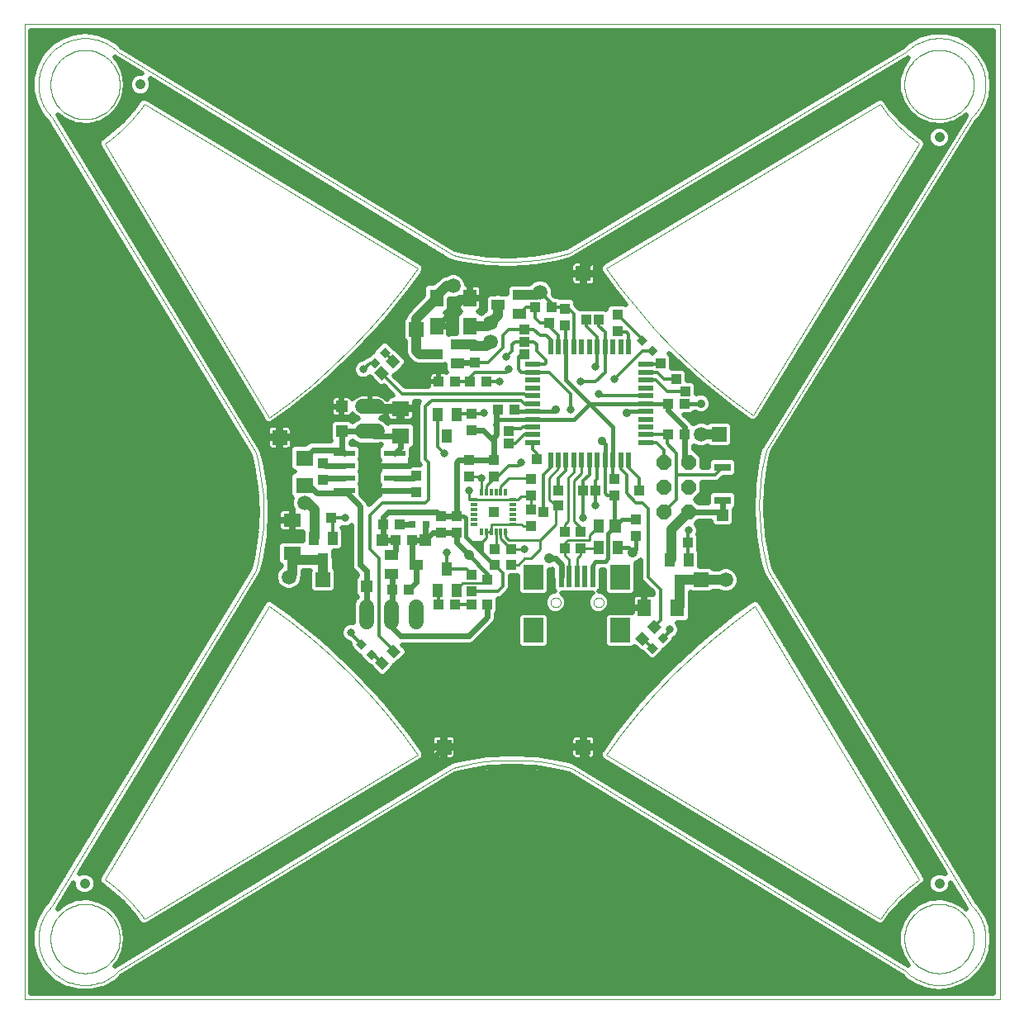
<source format=gtl>
G75*
G70*
%OFA0B0*%
%FSLAX24Y24*%
%IPPOS*%
%LPD*%
%AMOC8*
5,1,8,0,0,1.08239X$1,22.5*
%
%ADD10C,0.0020*%
%ADD11C,0.0000*%
%ADD12R,0.0550X0.0400*%
%ADD13R,0.0433X0.0394*%
%ADD14R,0.0394X0.0433*%
%ADD15R,0.0315X0.0315*%
%ADD16R,0.0315X0.0315*%
%ADD17R,0.0709X0.0630*%
%ADD18R,0.0472X0.0472*%
%ADD19R,0.0394X0.0551*%
%ADD20R,0.0394X0.0394*%
%ADD21R,0.0551X0.0394*%
%ADD22R,0.0591X0.0591*%
%ADD23C,0.0600*%
%ADD24R,0.0315X0.0118*%
%ADD25R,0.0118X0.0315*%
%ADD26R,0.0197X0.0591*%
%ADD27R,0.0591X0.0197*%
%ADD28OC8,0.0600*%
%ADD29R,0.0197X0.0886*%
%ADD30R,0.0787X0.0984*%
%ADD31R,0.0394X0.0567*%
%ADD32R,0.0472X0.0567*%
%ADD33R,0.0866X0.0236*%
%ADD34R,0.0551X0.0709*%
%ADD35R,0.0709X0.0551*%
%ADD36R,0.0669X0.0315*%
%ADD37C,0.0160*%
%ADD38C,0.0240*%
%ADD39C,0.0100*%
%ADD40C,0.0120*%
%ADD41C,0.0400*%
%ADD42C,0.0317*%
%ADD43C,0.0356*%
%ADD44C,0.0591*%
%ADD45C,0.0413*%
%ADD46C,0.0200*%
D10*
X016086Y010084D02*
X015454Y010945D01*
X014786Y011778D01*
X014082Y012581D01*
X013343Y013352D01*
X012572Y014091D01*
X011769Y014795D01*
X010936Y015463D01*
X010075Y016095D01*
X003446Y005046D01*
X005037Y003455D02*
X016086Y010084D01*
X017500Y009554D02*
X003977Y001334D01*
X001325Y001334D02*
X001262Y001401D01*
X001202Y001471D01*
X001145Y001543D01*
X001092Y001618D01*
X001043Y001696D01*
X000997Y001776D01*
X000956Y001858D01*
X000919Y001942D01*
X000886Y002028D01*
X000857Y002116D01*
X000832Y002204D01*
X000812Y002294D01*
X000796Y002385D01*
X000785Y002476D01*
X000778Y002568D01*
X000776Y002660D01*
X000778Y002752D01*
X000785Y002844D01*
X000796Y002935D01*
X000812Y003026D01*
X000832Y003116D01*
X000857Y003204D01*
X000886Y003292D01*
X000919Y003378D01*
X000956Y003462D01*
X000997Y003544D01*
X001043Y003624D01*
X001092Y003702D01*
X001145Y003777D01*
X001202Y003849D01*
X001262Y003919D01*
X001325Y003986D01*
X009545Y017509D01*
X009545Y022282D02*
X001325Y035805D01*
X001253Y037131D02*
X001255Y037205D01*
X001261Y037280D01*
X001271Y037353D01*
X001285Y037427D01*
X001302Y037499D01*
X001324Y037570D01*
X001349Y037640D01*
X001378Y037709D01*
X001410Y037776D01*
X001447Y037841D01*
X001486Y037904D01*
X001529Y037965D01*
X001575Y038023D01*
X001624Y038079D01*
X001676Y038133D01*
X001730Y038183D01*
X001788Y038231D01*
X001847Y038275D01*
X001909Y038316D01*
X001974Y038354D01*
X002040Y038388D01*
X002107Y038419D01*
X002177Y038446D01*
X002247Y038469D01*
X002319Y038489D01*
X002392Y038505D01*
X002465Y038517D01*
X002539Y038525D01*
X002614Y038529D01*
X002688Y038529D01*
X002763Y038525D01*
X002837Y038517D01*
X002910Y038505D01*
X002983Y038489D01*
X003055Y038469D01*
X003125Y038446D01*
X003195Y038419D01*
X003262Y038388D01*
X003328Y038354D01*
X003393Y038316D01*
X003455Y038275D01*
X003514Y038231D01*
X003572Y038183D01*
X003626Y038133D01*
X003678Y038079D01*
X003727Y038023D01*
X003773Y037965D01*
X003816Y037904D01*
X003855Y037841D01*
X003892Y037776D01*
X003924Y037709D01*
X003953Y037640D01*
X003978Y037570D01*
X004000Y037499D01*
X004017Y037427D01*
X004031Y037353D01*
X004041Y037280D01*
X004047Y037205D01*
X004049Y037131D01*
X004047Y037057D01*
X004041Y036982D01*
X004031Y036909D01*
X004017Y036835D01*
X004000Y036763D01*
X003978Y036692D01*
X003953Y036622D01*
X003924Y036553D01*
X003892Y036486D01*
X003855Y036421D01*
X003816Y036358D01*
X003773Y036297D01*
X003727Y036239D01*
X003678Y036183D01*
X003626Y036129D01*
X003572Y036079D01*
X003514Y036031D01*
X003455Y035987D01*
X003393Y035946D01*
X003328Y035908D01*
X003262Y035874D01*
X003195Y035843D01*
X003125Y035816D01*
X003055Y035793D01*
X002983Y035773D01*
X002910Y035757D01*
X002837Y035745D01*
X002763Y035737D01*
X002688Y035733D01*
X002614Y035733D01*
X002539Y035737D01*
X002465Y035745D01*
X002392Y035757D01*
X002319Y035773D01*
X002247Y035793D01*
X002177Y035816D01*
X002107Y035843D01*
X002040Y035874D01*
X001974Y035908D01*
X001909Y035946D01*
X001847Y035987D01*
X001788Y036031D01*
X001730Y036079D01*
X001676Y036129D01*
X001624Y036183D01*
X001575Y036239D01*
X001529Y036297D01*
X001486Y036358D01*
X001447Y036421D01*
X001410Y036486D01*
X001378Y036553D01*
X001349Y036622D01*
X001324Y036692D01*
X001302Y036763D01*
X001285Y036835D01*
X001271Y036909D01*
X001261Y036982D01*
X001255Y037057D01*
X001253Y037131D01*
X001325Y038457D02*
X001390Y038518D01*
X001457Y038577D01*
X001527Y038632D01*
X001600Y038684D01*
X001675Y038732D01*
X001752Y038777D01*
X001832Y038818D01*
X001913Y038855D01*
X001996Y038888D01*
X002080Y038917D01*
X002166Y038942D01*
X002252Y038963D01*
X002340Y038980D01*
X002428Y038993D01*
X002517Y039001D01*
X002606Y039005D01*
X002696Y039005D01*
X002785Y039001D01*
X002874Y038993D01*
X002962Y038980D01*
X003050Y038963D01*
X003136Y038942D01*
X003222Y038917D01*
X003306Y038888D01*
X003389Y038855D01*
X003470Y038818D01*
X003550Y038777D01*
X003627Y038732D01*
X003702Y038684D01*
X003775Y038632D01*
X003845Y038577D01*
X003912Y038518D01*
X003977Y038457D01*
X017500Y030237D01*
X016086Y029707D02*
X005037Y036336D01*
X003446Y034745D02*
X010075Y023696D01*
X009545Y022281D02*
X009648Y021855D01*
X009731Y021424D01*
X009794Y020990D01*
X009836Y020553D01*
X009856Y020114D01*
X009856Y019676D01*
X009836Y019237D01*
X009794Y018800D01*
X009731Y018366D01*
X009648Y017935D01*
X009545Y017509D01*
X022273Y009554D02*
X035796Y001334D01*
X035861Y001273D01*
X035928Y001214D01*
X035998Y001159D01*
X036071Y001107D01*
X036146Y001059D01*
X036223Y001014D01*
X036303Y000973D01*
X036384Y000936D01*
X036467Y000903D01*
X036551Y000874D01*
X036637Y000849D01*
X036723Y000828D01*
X036811Y000811D01*
X036899Y000798D01*
X036988Y000790D01*
X037077Y000786D01*
X037167Y000786D01*
X037256Y000790D01*
X037345Y000798D01*
X037433Y000811D01*
X037521Y000828D01*
X037607Y000849D01*
X037693Y000874D01*
X037777Y000903D01*
X037860Y000936D01*
X037941Y000973D01*
X038021Y001014D01*
X038098Y001059D01*
X038173Y001107D01*
X038246Y001159D01*
X038316Y001214D01*
X038383Y001273D01*
X038448Y001334D01*
X038509Y001399D01*
X038568Y001466D01*
X038623Y001536D01*
X038675Y001609D01*
X038723Y001684D01*
X038768Y001761D01*
X038809Y001841D01*
X038846Y001922D01*
X038879Y002005D01*
X038908Y002089D01*
X038933Y002175D01*
X038954Y002261D01*
X038971Y002349D01*
X038984Y002437D01*
X038992Y002526D01*
X038996Y002615D01*
X038996Y002705D01*
X038992Y002794D01*
X038984Y002883D01*
X038971Y002971D01*
X038954Y003059D01*
X038933Y003145D01*
X038908Y003231D01*
X038879Y003315D01*
X038846Y003398D01*
X038809Y003479D01*
X038768Y003559D01*
X038723Y003636D01*
X038675Y003711D01*
X038623Y003784D01*
X038568Y003854D01*
X038509Y003921D01*
X038448Y003986D01*
X030228Y017509D01*
X029698Y016095D02*
X036327Y005046D01*
X034736Y003455D02*
X023687Y010084D01*
X022273Y009554D02*
X021846Y009657D01*
X021415Y009740D01*
X020981Y009803D01*
X020544Y009845D01*
X020105Y009865D01*
X019667Y009865D01*
X019228Y009845D01*
X018791Y009803D01*
X018357Y009740D01*
X017926Y009657D01*
X017499Y009554D01*
X029609Y023785D02*
X036327Y034745D01*
X034736Y036336D02*
X023687Y029707D01*
X022185Y030325D02*
X035796Y038457D01*
X035724Y037131D02*
X035726Y037205D01*
X035732Y037280D01*
X035742Y037353D01*
X035756Y037427D01*
X035773Y037499D01*
X035795Y037570D01*
X035820Y037640D01*
X035849Y037709D01*
X035881Y037776D01*
X035918Y037841D01*
X035957Y037904D01*
X036000Y037965D01*
X036046Y038023D01*
X036095Y038079D01*
X036147Y038133D01*
X036201Y038183D01*
X036259Y038231D01*
X036318Y038275D01*
X036380Y038316D01*
X036445Y038354D01*
X036511Y038388D01*
X036578Y038419D01*
X036648Y038446D01*
X036718Y038469D01*
X036790Y038489D01*
X036863Y038505D01*
X036936Y038517D01*
X037010Y038525D01*
X037085Y038529D01*
X037159Y038529D01*
X037234Y038525D01*
X037308Y038517D01*
X037381Y038505D01*
X037454Y038489D01*
X037526Y038469D01*
X037596Y038446D01*
X037666Y038419D01*
X037733Y038388D01*
X037799Y038354D01*
X037864Y038316D01*
X037926Y038275D01*
X037985Y038231D01*
X038043Y038183D01*
X038097Y038133D01*
X038149Y038079D01*
X038198Y038023D01*
X038244Y037965D01*
X038287Y037904D01*
X038326Y037841D01*
X038363Y037776D01*
X038395Y037709D01*
X038424Y037640D01*
X038449Y037570D01*
X038471Y037499D01*
X038488Y037427D01*
X038502Y037353D01*
X038512Y037280D01*
X038518Y037205D01*
X038520Y037131D01*
X038518Y037057D01*
X038512Y036982D01*
X038502Y036909D01*
X038488Y036835D01*
X038471Y036763D01*
X038449Y036692D01*
X038424Y036622D01*
X038395Y036553D01*
X038363Y036486D01*
X038326Y036421D01*
X038287Y036358D01*
X038244Y036297D01*
X038198Y036239D01*
X038149Y036183D01*
X038097Y036129D01*
X038043Y036079D01*
X037985Y036031D01*
X037926Y035987D01*
X037864Y035946D01*
X037799Y035908D01*
X037733Y035874D01*
X037666Y035843D01*
X037596Y035816D01*
X037526Y035793D01*
X037454Y035773D01*
X037381Y035757D01*
X037308Y035745D01*
X037234Y035737D01*
X037159Y035733D01*
X037085Y035733D01*
X037010Y035737D01*
X036936Y035745D01*
X036863Y035757D01*
X036790Y035773D01*
X036718Y035793D01*
X036648Y035816D01*
X036578Y035843D01*
X036511Y035874D01*
X036445Y035908D01*
X036380Y035946D01*
X036318Y035987D01*
X036259Y036031D01*
X036201Y036079D01*
X036147Y036129D01*
X036095Y036183D01*
X036046Y036239D01*
X036000Y036297D01*
X035957Y036358D01*
X035918Y036421D01*
X035881Y036486D01*
X035849Y036553D01*
X035820Y036622D01*
X035795Y036692D01*
X035773Y036763D01*
X035756Y036835D01*
X035742Y036909D01*
X035732Y036982D01*
X035726Y037057D01*
X035724Y037131D01*
X035796Y038457D02*
X035863Y038520D01*
X035933Y038580D01*
X036005Y038637D01*
X036080Y038690D01*
X036158Y038739D01*
X036238Y038785D01*
X036320Y038826D01*
X036404Y038863D01*
X036490Y038896D01*
X036578Y038925D01*
X036666Y038950D01*
X036756Y038970D01*
X036847Y038986D01*
X036938Y038997D01*
X037030Y039004D01*
X037122Y039006D01*
X037214Y039004D01*
X037306Y038997D01*
X037397Y038986D01*
X037488Y038970D01*
X037578Y038950D01*
X037666Y038925D01*
X037754Y038896D01*
X037840Y038863D01*
X037924Y038826D01*
X038006Y038785D01*
X038086Y038739D01*
X038164Y038690D01*
X038239Y038637D01*
X038311Y038580D01*
X038381Y038520D01*
X038448Y038457D01*
X038509Y038392D01*
X038568Y038325D01*
X038623Y038255D01*
X038675Y038182D01*
X038723Y038107D01*
X038768Y038030D01*
X038809Y037950D01*
X038846Y037869D01*
X038879Y037786D01*
X038908Y037702D01*
X038933Y037616D01*
X038954Y037530D01*
X038971Y037442D01*
X038984Y037354D01*
X038992Y037265D01*
X038996Y037176D01*
X038996Y037086D01*
X038992Y036997D01*
X038984Y036908D01*
X038971Y036820D01*
X038954Y036732D01*
X038933Y036646D01*
X038908Y036560D01*
X038879Y036476D01*
X038846Y036393D01*
X038809Y036312D01*
X038768Y036232D01*
X038723Y036155D01*
X038675Y036080D01*
X038623Y036007D01*
X038568Y035937D01*
X038509Y035870D01*
X038448Y035805D01*
X036327Y034745D02*
X036099Y034912D01*
X035878Y035089D01*
X035666Y035275D01*
X035462Y035471D01*
X035266Y035675D01*
X035080Y035887D01*
X034903Y036108D01*
X034736Y036336D01*
X023687Y029706D02*
X024309Y028858D01*
X024968Y028037D01*
X025662Y027246D01*
X026389Y026486D01*
X027149Y025759D01*
X027940Y025065D01*
X028761Y024406D01*
X029609Y023784D01*
X030139Y022371D02*
X030042Y021934D01*
X029965Y021494D01*
X029910Y021050D01*
X029875Y020605D01*
X029862Y020158D01*
X029870Y019711D01*
X029900Y019265D01*
X029950Y018821D01*
X030022Y018379D01*
X030114Y017942D01*
X030228Y017509D01*
X035724Y002660D02*
X035726Y002734D01*
X035732Y002809D01*
X035742Y002882D01*
X035756Y002956D01*
X035773Y003028D01*
X035795Y003099D01*
X035820Y003169D01*
X035849Y003238D01*
X035881Y003305D01*
X035918Y003370D01*
X035957Y003433D01*
X036000Y003494D01*
X036046Y003552D01*
X036095Y003608D01*
X036147Y003662D01*
X036201Y003712D01*
X036259Y003760D01*
X036318Y003804D01*
X036380Y003845D01*
X036445Y003883D01*
X036511Y003917D01*
X036578Y003948D01*
X036648Y003975D01*
X036718Y003998D01*
X036790Y004018D01*
X036863Y004034D01*
X036936Y004046D01*
X037010Y004054D01*
X037085Y004058D01*
X037159Y004058D01*
X037234Y004054D01*
X037308Y004046D01*
X037381Y004034D01*
X037454Y004018D01*
X037526Y003998D01*
X037596Y003975D01*
X037666Y003948D01*
X037733Y003917D01*
X037799Y003883D01*
X037864Y003845D01*
X037926Y003804D01*
X037985Y003760D01*
X038043Y003712D01*
X038097Y003662D01*
X038149Y003608D01*
X038198Y003552D01*
X038244Y003494D01*
X038287Y003433D01*
X038326Y003370D01*
X038363Y003305D01*
X038395Y003238D01*
X038424Y003169D01*
X038449Y003099D01*
X038471Y003028D01*
X038488Y002956D01*
X038502Y002882D01*
X038512Y002809D01*
X038518Y002734D01*
X038520Y002660D01*
X038518Y002586D01*
X038512Y002511D01*
X038502Y002438D01*
X038488Y002364D01*
X038471Y002292D01*
X038449Y002221D01*
X038424Y002151D01*
X038395Y002082D01*
X038363Y002015D01*
X038326Y001950D01*
X038287Y001887D01*
X038244Y001826D01*
X038198Y001768D01*
X038149Y001712D01*
X038097Y001658D01*
X038043Y001608D01*
X037985Y001560D01*
X037926Y001516D01*
X037864Y001475D01*
X037799Y001437D01*
X037733Y001403D01*
X037666Y001372D01*
X037596Y001345D01*
X037526Y001322D01*
X037454Y001302D01*
X037381Y001286D01*
X037308Y001274D01*
X037234Y001266D01*
X037159Y001262D01*
X037085Y001262D01*
X037010Y001266D01*
X036936Y001274D01*
X036863Y001286D01*
X036790Y001302D01*
X036718Y001322D01*
X036648Y001345D01*
X036578Y001372D01*
X036511Y001403D01*
X036445Y001437D01*
X036380Y001475D01*
X036318Y001516D01*
X036259Y001560D01*
X036201Y001608D01*
X036147Y001658D01*
X036095Y001712D01*
X036046Y001768D01*
X036000Y001826D01*
X035957Y001887D01*
X035918Y001950D01*
X035881Y002015D01*
X035849Y002082D01*
X035820Y002151D01*
X035795Y002221D01*
X035773Y002292D01*
X035756Y002364D01*
X035742Y002438D01*
X035732Y002511D01*
X035726Y002586D01*
X035724Y002660D01*
X034737Y003455D02*
X034904Y003683D01*
X035081Y003903D01*
X035267Y004115D01*
X035462Y004320D01*
X035667Y004515D01*
X035879Y004701D01*
X036099Y004878D01*
X036327Y005045D01*
X029698Y016095D02*
X028837Y015463D01*
X028004Y014795D01*
X027201Y014091D01*
X026430Y013352D01*
X025691Y012581D01*
X024987Y011778D01*
X024319Y010945D01*
X023687Y010084D01*
X003977Y001334D02*
X003910Y001271D01*
X003840Y001211D01*
X003768Y001154D01*
X003693Y001101D01*
X003615Y001052D01*
X003535Y001006D01*
X003453Y000965D01*
X003369Y000928D01*
X003283Y000895D01*
X003195Y000866D01*
X003107Y000841D01*
X003017Y000821D01*
X002926Y000805D01*
X002835Y000794D01*
X002743Y000787D01*
X002651Y000785D01*
X002559Y000787D01*
X002467Y000794D01*
X002376Y000805D01*
X002285Y000821D01*
X002195Y000841D01*
X002107Y000866D01*
X002019Y000895D01*
X001933Y000928D01*
X001849Y000965D01*
X001767Y001006D01*
X001687Y001052D01*
X001609Y001101D01*
X001534Y001154D01*
X001462Y001211D01*
X001392Y001271D01*
X001325Y001334D01*
X001253Y002660D02*
X001255Y002734D01*
X001261Y002809D01*
X001271Y002882D01*
X001285Y002956D01*
X001302Y003028D01*
X001324Y003099D01*
X001349Y003169D01*
X001378Y003238D01*
X001410Y003305D01*
X001447Y003370D01*
X001486Y003433D01*
X001529Y003494D01*
X001575Y003552D01*
X001624Y003608D01*
X001676Y003662D01*
X001730Y003712D01*
X001788Y003760D01*
X001847Y003804D01*
X001909Y003845D01*
X001974Y003883D01*
X002040Y003917D01*
X002107Y003948D01*
X002177Y003975D01*
X002247Y003998D01*
X002319Y004018D01*
X002392Y004034D01*
X002465Y004046D01*
X002539Y004054D01*
X002614Y004058D01*
X002688Y004058D01*
X002763Y004054D01*
X002837Y004046D01*
X002910Y004034D01*
X002983Y004018D01*
X003055Y003998D01*
X003125Y003975D01*
X003195Y003948D01*
X003262Y003917D01*
X003328Y003883D01*
X003393Y003845D01*
X003455Y003804D01*
X003514Y003760D01*
X003572Y003712D01*
X003626Y003662D01*
X003678Y003608D01*
X003727Y003552D01*
X003773Y003494D01*
X003816Y003433D01*
X003855Y003370D01*
X003892Y003305D01*
X003924Y003238D01*
X003953Y003169D01*
X003978Y003099D01*
X004000Y003028D01*
X004017Y002956D01*
X004031Y002882D01*
X004041Y002809D01*
X004047Y002734D01*
X004049Y002660D01*
X004047Y002586D01*
X004041Y002511D01*
X004031Y002438D01*
X004017Y002364D01*
X004000Y002292D01*
X003978Y002221D01*
X003953Y002151D01*
X003924Y002082D01*
X003892Y002015D01*
X003855Y001950D01*
X003816Y001887D01*
X003773Y001826D01*
X003727Y001768D01*
X003678Y001712D01*
X003626Y001658D01*
X003572Y001608D01*
X003514Y001560D01*
X003455Y001516D01*
X003393Y001475D01*
X003328Y001437D01*
X003262Y001403D01*
X003195Y001372D01*
X003125Y001345D01*
X003055Y001322D01*
X002983Y001302D01*
X002910Y001286D01*
X002837Y001274D01*
X002763Y001266D01*
X002688Y001262D01*
X002614Y001262D01*
X002539Y001266D01*
X002465Y001274D01*
X002392Y001286D01*
X002319Y001302D01*
X002247Y001322D01*
X002177Y001345D01*
X002107Y001372D01*
X002040Y001403D01*
X001974Y001437D01*
X001909Y001475D01*
X001847Y001516D01*
X001788Y001560D01*
X001730Y001608D01*
X001676Y001658D01*
X001624Y001712D01*
X001575Y001768D01*
X001529Y001826D01*
X001486Y001887D01*
X001447Y001950D01*
X001410Y002015D01*
X001378Y002082D01*
X001349Y002151D01*
X001324Y002221D01*
X001302Y002292D01*
X001285Y002364D01*
X001271Y002438D01*
X001261Y002511D01*
X001255Y002586D01*
X001253Y002660D01*
X003446Y005045D02*
X003674Y004878D01*
X003894Y004701D01*
X004106Y004515D01*
X004311Y004320D01*
X004506Y004115D01*
X004692Y003903D01*
X004869Y003683D01*
X005036Y003455D01*
X001325Y035805D02*
X001262Y035872D01*
X001202Y035942D01*
X001145Y036014D01*
X001092Y036089D01*
X001043Y036167D01*
X000997Y036247D01*
X000956Y036329D01*
X000919Y036413D01*
X000886Y036499D01*
X000857Y036587D01*
X000832Y036675D01*
X000812Y036765D01*
X000796Y036856D01*
X000785Y036947D01*
X000778Y037039D01*
X000776Y037131D01*
X000778Y037223D01*
X000785Y037315D01*
X000796Y037406D01*
X000812Y037497D01*
X000832Y037587D01*
X000857Y037675D01*
X000886Y037763D01*
X000919Y037849D01*
X000956Y037933D01*
X000997Y038015D01*
X001043Y038095D01*
X001092Y038173D01*
X001145Y038248D01*
X001202Y038320D01*
X001262Y038390D01*
X001325Y038457D01*
X003446Y034745D02*
X003674Y034912D01*
X003895Y035089D01*
X004107Y035275D01*
X004311Y035471D01*
X004507Y035675D01*
X004693Y035887D01*
X004870Y036108D01*
X005037Y036336D01*
X016086Y029707D02*
X015454Y028846D01*
X014786Y028013D01*
X014082Y027210D01*
X013343Y026439D01*
X012572Y025700D01*
X011769Y024996D01*
X010936Y024328D01*
X010075Y023696D01*
X017500Y030237D02*
X017920Y030143D01*
X018345Y030070D01*
X018772Y030016D01*
X019202Y029983D01*
X019632Y029971D01*
X020063Y029979D01*
X020493Y030008D01*
X020921Y030057D01*
X021346Y030126D01*
X021768Y030216D01*
X022184Y030325D01*
D11*
X039570Y000200D02*
X000200Y000200D01*
X000200Y039570D01*
X039570Y039570D01*
X039570Y000200D01*
X023179Y016232D02*
X023181Y016259D01*
X023187Y016286D01*
X023196Y016312D01*
X023209Y016336D01*
X023225Y016359D01*
X023244Y016378D01*
X023266Y016395D01*
X023290Y016409D01*
X023315Y016419D01*
X023342Y016426D01*
X023369Y016429D01*
X023397Y016428D01*
X023424Y016423D01*
X023450Y016415D01*
X023474Y016403D01*
X023497Y016387D01*
X023518Y016369D01*
X023535Y016348D01*
X023550Y016324D01*
X023561Y016299D01*
X023569Y016273D01*
X023573Y016246D01*
X023573Y016218D01*
X023569Y016191D01*
X023561Y016165D01*
X023550Y016140D01*
X023535Y016116D01*
X023518Y016095D01*
X023497Y016077D01*
X023475Y016061D01*
X023450Y016049D01*
X023424Y016041D01*
X023397Y016036D01*
X023369Y016035D01*
X023342Y016038D01*
X023315Y016045D01*
X023290Y016055D01*
X023266Y016069D01*
X023244Y016086D01*
X023225Y016105D01*
X023209Y016128D01*
X023196Y016152D01*
X023187Y016178D01*
X023181Y016205D01*
X023179Y016232D01*
X021447Y016232D02*
X021449Y016259D01*
X021455Y016286D01*
X021464Y016312D01*
X021477Y016336D01*
X021493Y016359D01*
X021512Y016378D01*
X021534Y016395D01*
X021558Y016409D01*
X021583Y016419D01*
X021610Y016426D01*
X021637Y016429D01*
X021665Y016428D01*
X021692Y016423D01*
X021718Y016415D01*
X021742Y016403D01*
X021765Y016387D01*
X021786Y016369D01*
X021803Y016348D01*
X021818Y016324D01*
X021829Y016299D01*
X021837Y016273D01*
X021841Y016246D01*
X021841Y016218D01*
X021837Y016191D01*
X021829Y016165D01*
X021818Y016140D01*
X021803Y016116D01*
X021786Y016095D01*
X021765Y016077D01*
X021743Y016061D01*
X021718Y016049D01*
X021692Y016041D01*
X021665Y016036D01*
X021637Y016035D01*
X021610Y016038D01*
X021583Y016045D01*
X021558Y016055D01*
X021534Y016069D01*
X021512Y016086D01*
X021493Y016105D01*
X021477Y016128D01*
X021464Y016152D01*
X021455Y016178D01*
X021449Y016205D01*
X021447Y016232D01*
X030140Y022370D02*
X038448Y035805D01*
D12*
X016010Y017760D03*
X015010Y017385D03*
X015010Y018135D03*
D13*
X015175Y018760D03*
X015845Y018760D03*
X016010Y020675D03*
X016010Y021345D03*
X018135Y021300D03*
X018135Y021970D03*
X019135Y021970D03*
X019135Y021300D03*
X018260Y023175D03*
X018260Y023845D03*
X019300Y024010D03*
X019970Y024010D03*
X018385Y025925D03*
X018385Y026595D03*
X024135Y027175D03*
X024135Y027845D03*
X026175Y024260D03*
X026845Y024260D03*
X022635Y019095D03*
X022010Y019095D03*
X022010Y018425D03*
X022635Y018425D03*
X019845Y018385D03*
X019175Y018385D03*
X018260Y017345D03*
X018260Y016675D03*
X015720Y016760D03*
X015050Y016760D03*
D14*
X016925Y016135D03*
X017595Y016135D03*
X019175Y017760D03*
X019845Y017760D03*
X020635Y019300D03*
X020635Y019970D03*
X020635Y020550D03*
X020635Y021220D03*
X017635Y019720D03*
X017010Y019720D03*
X017010Y019050D03*
X017635Y019050D03*
X015345Y019385D03*
X014675Y019385D03*
X012595Y019635D03*
X011925Y019635D03*
X012260Y021175D03*
X012260Y021845D03*
G36*
X014320Y025500D02*
X014599Y025779D01*
X014904Y025474D01*
X014625Y025195D01*
X014320Y025500D01*
G37*
G36*
X014793Y025973D02*
X015072Y026252D01*
X015377Y025947D01*
X015098Y025668D01*
X014793Y025973D01*
G37*
X016925Y025135D03*
X017595Y025135D03*
X018175Y025135D03*
X018845Y025135D03*
X020800Y028135D03*
X021470Y028135D03*
X022010Y028095D03*
X022010Y027425D03*
X026175Y023010D03*
X026845Y023010D03*
X024010Y021220D03*
X024010Y020550D03*
X024885Y019595D03*
X024885Y018925D03*
X026300Y018635D03*
X026970Y018635D03*
G36*
X025914Y015234D02*
X025635Y014955D01*
X025330Y015260D01*
X025609Y015539D01*
X025914Y015234D01*
G37*
G36*
X025440Y014760D02*
X025161Y014481D01*
X024856Y014786D01*
X025135Y015065D01*
X025440Y014760D01*
G37*
G36*
X015398Y014249D02*
X015119Y013970D01*
X014814Y014275D01*
X015093Y014554D01*
X015398Y014249D01*
G37*
G36*
X014925Y013776D02*
X014646Y013497D01*
X014341Y013802D01*
X014620Y014081D01*
X014925Y013776D01*
G37*
D15*
X015840Y019385D03*
X016430Y019385D03*
D16*
G36*
X014023Y014542D02*
X013801Y014320D01*
X013579Y014542D01*
X013801Y014764D01*
X014023Y014542D01*
G37*
G36*
X014441Y014124D02*
X014219Y013902D01*
X013997Y014124D01*
X014219Y014346D01*
X014441Y014124D01*
G37*
G36*
X025551Y014152D02*
X025329Y014374D01*
X025551Y014596D01*
X025773Y014374D01*
X025551Y014152D01*
G37*
G36*
X025969Y014570D02*
X025747Y014792D01*
X025969Y015014D01*
X026191Y014792D01*
X025969Y014570D01*
G37*
G36*
X014338Y026112D02*
X014560Y025890D01*
X014338Y025668D01*
X014116Y025890D01*
X014338Y026112D01*
G37*
G36*
X014755Y026529D02*
X014977Y026307D01*
X014755Y026085D01*
X014533Y026307D01*
X014755Y026529D01*
G37*
G36*
X024918Y026807D02*
X025140Y027029D01*
X025362Y026807D01*
X025140Y026585D01*
X024918Y026807D01*
G37*
G36*
X025335Y026390D02*
X025557Y026612D01*
X025779Y026390D01*
X025557Y026168D01*
X025335Y026390D01*
G37*
D17*
X015385Y024061D03*
X015385Y022959D03*
X011510Y022061D03*
X011510Y020959D03*
D18*
X013010Y023135D03*
X013010Y024135D03*
X014635Y018760D03*
X016385Y018760D03*
X014010Y016885D03*
X028385Y019760D03*
D19*
X027009Y017943D03*
X026261Y017943D03*
X026635Y017077D03*
X017634Y016702D03*
X016886Y016702D03*
X017260Y017568D03*
X012634Y018818D03*
X011886Y018818D03*
X012260Y017952D03*
X017260Y022952D03*
X016886Y023818D03*
X017634Y023818D03*
D20*
X019760Y023135D03*
X019760Y022635D03*
X020885Y022010D03*
X021760Y020760D03*
X021760Y020135D03*
X021135Y019885D03*
X022760Y020760D03*
X023260Y020760D03*
X025010Y020760D03*
X026885Y024760D03*
X026510Y025260D03*
X025885Y025885D03*
X023385Y027635D03*
X022885Y027635D03*
X021385Y027510D03*
X020385Y027260D03*
X020385Y026760D03*
X020385Y026260D03*
X019135Y019885D03*
X018885Y017135D03*
X018885Y016135D03*
X018260Y016135D03*
D21*
X017693Y025886D03*
X017693Y026634D03*
X016827Y026260D03*
X019327Y028260D03*
X020193Y027886D03*
X020193Y028634D03*
D22*
X022760Y029510D03*
X016010Y027260D03*
X010510Y022885D03*
X012260Y017135D03*
X017135Y010385D03*
X022760Y010385D03*
X027510Y017135D03*
X028260Y023010D03*
D23*
X016010Y016060D02*
X016010Y015460D01*
X015010Y015460D02*
X015010Y016060D01*
X014010Y016060D02*
X014010Y015460D01*
X013835Y023135D02*
X014435Y023135D01*
X014435Y024135D02*
X013835Y024135D01*
D24*
X018348Y020377D03*
X018348Y020180D03*
X018348Y019983D03*
X018348Y019787D03*
X018348Y019590D03*
X018348Y019393D03*
X019922Y019393D03*
X019922Y019590D03*
X019922Y019787D03*
X019922Y019983D03*
X019922Y020180D03*
X019922Y020377D03*
D25*
X019627Y020672D03*
X019430Y020672D03*
X019233Y020672D03*
X019037Y020672D03*
X018840Y020672D03*
X018643Y020672D03*
X018643Y019098D03*
X018840Y019098D03*
X019037Y019098D03*
X019233Y019098D03*
X019430Y019098D03*
X019627Y019098D03*
D26*
X021435Y021977D03*
X021750Y021977D03*
X022065Y021977D03*
X022380Y021977D03*
X022695Y021977D03*
X023010Y021977D03*
X023325Y021977D03*
X023640Y021977D03*
X023955Y021977D03*
X024270Y021977D03*
X024585Y021977D03*
X024585Y026543D03*
X024270Y026543D03*
X023955Y026543D03*
X023640Y026543D03*
X023325Y026543D03*
X023010Y026543D03*
X022695Y026543D03*
X022380Y026543D03*
X022065Y026543D03*
X021750Y026543D03*
X021435Y026543D03*
D27*
X020727Y025835D03*
X020727Y025520D03*
X020727Y025205D03*
X020727Y024890D03*
X020727Y024575D03*
X020727Y024260D03*
X020727Y023945D03*
X020727Y023630D03*
X020727Y023315D03*
X020727Y023000D03*
X020727Y022685D03*
X025293Y022685D03*
X025293Y023000D03*
X025293Y023315D03*
X025293Y023630D03*
X025293Y023945D03*
X025293Y024260D03*
X025293Y024575D03*
X025293Y024890D03*
X025293Y025205D03*
X025293Y025520D03*
X025293Y025835D03*
D28*
X026010Y021885D03*
X027010Y021885D03*
X027010Y020885D03*
X027010Y019885D03*
X026010Y019885D03*
X026010Y020885D03*
D29*
X023140Y017293D03*
X022825Y017293D03*
X022510Y017293D03*
X022195Y017293D03*
X021880Y017293D03*
D30*
X020758Y017244D03*
X020758Y015099D03*
X024262Y015099D03*
X024262Y017244D03*
D31*
X024134Y018452D03*
X023386Y018452D03*
X023386Y019318D03*
D32*
X024055Y019318D03*
D33*
X015159Y020760D03*
X015159Y021260D03*
X015159Y021760D03*
X015159Y022260D03*
X013111Y022260D03*
X013111Y021760D03*
X013111Y021260D03*
X013111Y020760D03*
D34*
X016841Y027385D03*
X016841Y028510D03*
X018179Y028510D03*
X018179Y027385D03*
X025216Y016010D03*
X026554Y016010D03*
D35*
X011010Y018216D03*
X011010Y019554D03*
D36*
X028385Y020341D03*
X028385Y021679D03*
D37*
X027510Y024260D02*
X026845Y024260D01*
X026175Y024260D02*
X025293Y024260D01*
X023010Y024260D01*
X022380Y023630D01*
X020727Y023630D01*
X019265Y023630D01*
X019260Y023635D01*
X019260Y023970D02*
X019300Y024010D01*
X019970Y024010D02*
X020035Y023945D01*
X020727Y023945D01*
X021570Y023945D01*
X021635Y024010D01*
X022065Y025205D02*
X023010Y024260D01*
X023955Y023315D01*
X023955Y021977D01*
X023640Y021977D02*
X023640Y022630D01*
X023510Y022760D01*
X024510Y023885D02*
X024570Y023945D01*
X025293Y023945D01*
X022065Y025205D02*
X022065Y026543D01*
X024010Y020550D02*
X024010Y019363D01*
X024055Y019318D01*
X024332Y019595D01*
X024885Y019595D01*
X024885Y018925D02*
X024885Y018385D01*
X024760Y018260D01*
X024568Y018452D01*
X024134Y018452D01*
X023760Y018010D02*
X023760Y019023D01*
X024055Y019318D01*
X023760Y018010D02*
X023635Y017885D01*
X023260Y017885D01*
X023140Y017765D01*
X023140Y017293D01*
X019135Y017760D02*
X018635Y018260D01*
X018635Y018385D01*
X018510Y018510D01*
X018635Y018635D02*
X018635Y018385D01*
X018635Y018260D02*
X018260Y018635D01*
X018635Y018635D01*
X018260Y018635D02*
X018010Y018885D01*
X018010Y019635D01*
X017925Y019720D01*
X017635Y019720D01*
X018135Y018135D02*
X018885Y017385D01*
X018885Y017135D01*
X011510Y020959D02*
X011385Y020834D01*
D38*
X011510Y020959D02*
X011686Y020959D01*
X012010Y020635D01*
X012885Y020635D01*
X012986Y020635D01*
X013236Y020635D01*
X013760Y020111D01*
X013760Y017760D01*
X014010Y017510D01*
X014010Y016885D01*
X014010Y015760D01*
X015010Y015760D02*
X015050Y015800D01*
X015050Y015220D01*
X015385Y014885D01*
X018135Y014885D01*
X018885Y015635D01*
X018885Y016135D01*
X018135Y018135D02*
X017635Y018635D01*
X017635Y019050D01*
X017010Y019050D01*
X016675Y019050D01*
X016385Y018760D01*
X016385Y019340D01*
X016430Y019385D01*
X016385Y018760D02*
X015845Y018760D01*
X015845Y017925D01*
X016010Y017760D01*
X016010Y017050D01*
X015720Y016760D01*
X015050Y016760D02*
X015050Y015800D01*
X015050Y016760D02*
X015050Y017345D01*
X015010Y017385D01*
X015010Y018135D02*
X015175Y018300D01*
X015175Y018760D01*
X014635Y018760D01*
X014675Y018800D01*
X014675Y019385D01*
X014675Y019675D01*
X014885Y019885D01*
X016845Y019885D01*
X017010Y019720D01*
X017635Y019720D01*
X017635Y021885D01*
X017720Y021970D01*
X018135Y021970D01*
X019135Y021970D01*
X019135Y022760D01*
X018720Y023175D01*
X018260Y023175D01*
X019135Y022885D02*
X019135Y022760D01*
X019135Y022885D02*
X019260Y023010D01*
X019260Y023385D01*
X019220Y023425D01*
X019260Y023385D02*
X019260Y023635D01*
X019260Y023970D01*
X019300Y024010D02*
X019260Y024050D01*
X018385Y025925D02*
X017732Y025925D01*
X017693Y025886D01*
X018385Y026595D02*
X018346Y026634D01*
X016841Y027385D02*
X017966Y028510D01*
X018179Y028510D01*
X022635Y029385D02*
X022760Y029510D01*
X022760Y029635D01*
X023260Y030135D01*
X034885Y037135D01*
X026175Y024260D02*
X026175Y023970D01*
X026845Y023300D01*
X026845Y023010D01*
X026845Y022050D01*
X027010Y021885D01*
X028385Y020341D02*
X028385Y019760D01*
X028260Y019885D01*
X027010Y019885D01*
X026300Y017982D02*
X026261Y017943D01*
X026635Y016091D02*
X026554Y016010D01*
X021880Y017293D02*
X021880Y017765D01*
X021635Y018010D01*
X021385Y018010D01*
X016010Y020675D02*
X015925Y020760D01*
X015159Y020760D01*
X014510Y020760D01*
X014385Y020885D01*
X014385Y021635D01*
X014510Y021760D01*
X015159Y021760D01*
X015760Y021760D01*
X016010Y022010D01*
X016010Y023885D01*
X015834Y024061D01*
X015385Y024061D01*
X015385Y022959D02*
X014311Y022959D01*
X014135Y023135D01*
X013010Y023135D01*
X013010Y022385D01*
X013111Y022284D01*
X013111Y022260D01*
X013010Y022361D01*
X013010Y022385D01*
X011834Y022385D01*
X011510Y022061D01*
X012260Y021845D02*
X012345Y021760D01*
X013111Y021760D01*
X013111Y021260D02*
X012345Y021260D01*
X012260Y021175D01*
X012986Y020635D02*
X013111Y020760D01*
X011925Y018857D02*
X011886Y018818D01*
X015345Y019385D02*
X015840Y019385D01*
X015925Y021260D02*
X015159Y021260D01*
X015925Y021260D02*
X016010Y021345D01*
X015159Y022260D02*
X015385Y022486D01*
X015385Y022959D01*
X010510Y022885D02*
X010010Y022885D01*
X009760Y023135D01*
X002635Y035010D01*
X017135Y010385D02*
X016260Y009510D01*
X004885Y002635D01*
X017135Y010385D02*
X017260Y010385D01*
X022760Y010385D02*
X022760Y010135D01*
X023135Y009760D01*
X035010Y002635D01*
D39*
X022510Y017293D02*
X022510Y018010D01*
X022635Y018135D01*
X022635Y018425D01*
X023359Y018425D01*
X023386Y018452D01*
X023010Y018760D02*
X022135Y018760D01*
X022010Y018635D01*
X022010Y018425D01*
X022010Y018135D01*
X022195Y017950D01*
X022195Y017293D01*
X021010Y018385D02*
X021010Y018760D01*
X019760Y018760D01*
X019627Y018893D01*
X019627Y019098D01*
X019635Y019090D01*
X019430Y019098D02*
X019430Y018799D01*
X019845Y018385D01*
X020385Y018385D01*
X020385Y018010D02*
X020135Y017760D01*
X019845Y017760D01*
X019175Y017760D02*
X019135Y017760D01*
X018885Y017135D02*
X018760Y017010D01*
X017885Y017010D01*
X017634Y016759D01*
X018635Y018635D02*
X018840Y018840D01*
X018840Y019098D01*
X019037Y019098D01*
X019037Y019393D01*
X019922Y019393D01*
X019930Y019385D01*
X020260Y019385D01*
X020345Y019300D01*
X020635Y019300D01*
X021010Y018760D02*
X021635Y019385D01*
X021635Y020135D01*
X021385Y020385D01*
X021385Y021260D01*
X021760Y021635D01*
X021760Y021967D01*
X021750Y021977D01*
X022380Y021977D02*
X022380Y021505D01*
X022135Y021260D01*
X022135Y019510D01*
X022010Y019385D01*
X022010Y019095D01*
X022385Y019510D02*
X022635Y019260D01*
X022635Y019095D01*
X023010Y018942D02*
X023010Y018760D01*
X023010Y018942D02*
X023386Y019318D01*
X022385Y019510D02*
X022385Y021135D01*
X022695Y021445D01*
X022695Y021977D01*
X020635Y021220D02*
X020595Y021260D01*
X019760Y021260D01*
X019430Y020930D01*
X019430Y020672D01*
X018840Y020672D02*
X018840Y020965D01*
X019135Y021260D01*
X019135Y021300D01*
X018635Y021260D02*
X018635Y020680D01*
X018643Y020672D01*
X018348Y020377D02*
X018143Y020377D01*
X018135Y020385D01*
X018135Y020760D01*
X018348Y020377D02*
X019922Y020377D01*
X020127Y020377D01*
X020260Y020510D01*
X020595Y020510D01*
X020635Y020550D01*
X020635Y019970D01*
X019233Y019098D02*
X019233Y018443D01*
X019175Y018385D01*
X020385Y018010D02*
X020635Y018010D01*
X021010Y018385D01*
X018635Y021260D02*
X018595Y021300D01*
X018135Y021300D01*
D40*
X017135Y022260D02*
X016886Y022509D01*
X016886Y023818D01*
X016385Y024135D02*
X016385Y022010D01*
X016510Y021885D01*
X016510Y020385D01*
X016385Y020260D01*
X014635Y020260D01*
X014135Y019760D01*
X014135Y018385D01*
X014510Y018010D01*
X014510Y014885D01*
X015106Y014289D01*
X015106Y014262D01*
X014633Y013789D02*
X014297Y014124D01*
X014219Y014124D01*
X013801Y014542D02*
X013385Y014958D01*
X013385Y015010D01*
X016925Y016135D02*
X016925Y016663D01*
X016886Y016702D01*
X017634Y016702D02*
X017634Y016759D01*
X018260Y016675D02*
X019300Y016675D01*
X019510Y016885D01*
X019510Y017425D01*
X019175Y017760D01*
X018260Y017345D02*
X018037Y017568D01*
X017260Y017568D01*
X017260Y018260D01*
X017595Y016135D02*
X018260Y016135D01*
X021135Y019885D02*
X021135Y021385D01*
X021435Y021685D01*
X021435Y021977D01*
X020885Y022010D02*
X020885Y022260D01*
X020727Y022418D01*
X020727Y022685D01*
X020727Y023000D02*
X020375Y023000D01*
X020010Y022635D01*
X019760Y022635D01*
X020260Y021885D02*
X020135Y021760D01*
X019760Y021760D01*
X019300Y021300D01*
X019135Y021300D01*
X019760Y023135D02*
X019885Y023260D01*
X020260Y023260D01*
X020315Y023315D01*
X020727Y023315D01*
X020727Y024260D02*
X020385Y024260D01*
X020260Y024385D01*
X016635Y024385D01*
X016385Y024135D01*
X015464Y024635D02*
X014612Y025487D01*
X014338Y025890D02*
X014140Y025890D01*
X013885Y025635D01*
X014755Y026307D02*
X015085Y025978D01*
X015085Y025960D01*
X015464Y024635D02*
X020385Y024635D01*
X020445Y024575D01*
X020727Y024575D01*
X020727Y025520D02*
X020250Y025520D01*
X020135Y025635D01*
X020135Y026135D01*
X020260Y026260D01*
X020385Y026260D01*
X020385Y026760D02*
X020010Y026760D01*
X019885Y026635D01*
X019885Y026385D01*
X019635Y026135D01*
X019510Y026510D02*
X018925Y025925D01*
X018385Y025925D01*
X018385Y025510D02*
X019635Y025510D01*
X019760Y025635D01*
X019385Y025135D02*
X018845Y025135D01*
X018385Y025510D02*
X018175Y025300D01*
X018175Y025135D01*
X017595Y025135D01*
X018760Y023885D02*
X018720Y023845D01*
X018260Y023845D01*
X017661Y023845D01*
X017634Y023818D01*
X019510Y026510D02*
X019510Y027010D01*
X019760Y027260D01*
X020385Y027260D01*
X020760Y027260D01*
X021010Y027010D01*
X021260Y027010D01*
X021435Y026835D01*
X021435Y026543D01*
X021750Y026543D02*
X021760Y026553D01*
X021760Y027010D01*
X021385Y027385D01*
X021385Y027510D01*
X021010Y027510D01*
X020800Y027720D01*
X020800Y028135D01*
X020442Y028135D01*
X020193Y027886D01*
X020800Y028135D02*
X020885Y028135D01*
X021470Y028135D02*
X021470Y028300D01*
X021010Y028760D01*
X021470Y028135D02*
X021970Y028135D01*
X022010Y028095D01*
X022175Y028095D01*
X022385Y027885D01*
X022385Y026548D01*
X022380Y026543D01*
X022065Y026543D02*
X022065Y027370D01*
X022010Y027425D01*
X022885Y027385D02*
X023325Y026945D01*
X023325Y026543D01*
X023325Y025825D01*
X023260Y025760D01*
X023640Y025515D02*
X023260Y025135D01*
X022635Y025135D01*
X022260Y024635D02*
X022260Y024010D01*
X022260Y024635D02*
X021375Y025520D01*
X020727Y025520D01*
X020727Y025835D02*
X021210Y025835D01*
X021260Y025885D01*
X021260Y026010D01*
X020885Y026385D01*
X020885Y026635D01*
X020760Y026760D01*
X020385Y026760D01*
X022885Y027385D02*
X022885Y027635D01*
X023385Y027635D02*
X023385Y027385D01*
X023635Y027135D01*
X023635Y026548D01*
X023640Y026543D01*
X023640Y025515D01*
X024010Y025260D02*
X025135Y026385D01*
X025553Y026385D01*
X025557Y026390D01*
X025140Y026807D02*
X025140Y026840D01*
X024135Y027845D01*
X024227Y027845D01*
X024135Y027175D02*
X024175Y027135D01*
X024510Y027135D01*
X024585Y027060D01*
X024585Y026543D01*
X025293Y025835D02*
X025835Y025835D01*
X025885Y025885D01*
X025750Y025520D02*
X026010Y025260D01*
X026510Y025260D01*
X026135Y024760D02*
X026885Y024760D01*
X026135Y024760D02*
X025690Y025205D01*
X025293Y025205D01*
X025293Y025520D02*
X025750Y025520D01*
X025293Y024575D02*
X023445Y024575D01*
X023385Y024635D01*
X025293Y023000D02*
X025303Y023010D01*
X026175Y023010D01*
X026135Y022970D01*
X026135Y022635D01*
X026510Y022260D01*
X026510Y021385D01*
X028091Y021385D01*
X028385Y021679D01*
X026510Y021385D02*
X026510Y020385D01*
X026010Y019885D01*
X025385Y020010D02*
X025385Y017260D01*
X025885Y016760D01*
X025885Y015510D01*
X025622Y015247D01*
X025969Y014792D02*
X026260Y015083D01*
X026260Y015135D01*
X025551Y014374D02*
X025547Y014374D01*
X025148Y014773D01*
X027009Y017943D02*
X026970Y017982D01*
X026970Y018635D01*
X026970Y019095D01*
X027010Y019135D01*
X026300Y018635D02*
X026261Y018596D01*
X025385Y020010D02*
X025135Y020260D01*
X024885Y020260D01*
X024510Y020635D01*
X024510Y021385D01*
X024270Y021625D01*
X024270Y021977D01*
X024585Y021977D02*
X024585Y021685D01*
X025010Y021260D01*
X025010Y020760D01*
X024010Y020550D02*
X023720Y020550D01*
X023635Y020635D01*
X023635Y021972D01*
X023640Y021977D01*
X023955Y021977D02*
X023955Y021275D01*
X024010Y021220D01*
X023325Y021200D02*
X023325Y021977D01*
X023010Y021977D02*
X023010Y021385D01*
X022760Y021135D01*
X022760Y020760D01*
X022760Y019635D01*
X023260Y020135D02*
X023260Y020760D01*
X023260Y021135D01*
X023325Y021200D01*
X023325Y020825D02*
X023260Y020760D01*
X022065Y021565D02*
X022065Y021977D01*
X022065Y021565D02*
X021760Y021260D01*
X021760Y020760D01*
X021760Y020135D02*
X021635Y020135D01*
X025293Y022685D02*
X025710Y022685D01*
X026010Y022385D01*
X026010Y021885D01*
X016885Y027341D02*
X016841Y027385D01*
X013135Y019635D02*
X012595Y019635D01*
X012634Y019596D01*
X012634Y018818D01*
D41*
X011925Y018857D02*
X011925Y019635D01*
X011925Y019970D01*
X011635Y020260D01*
X011510Y020260D01*
X011010Y018216D02*
X011010Y017385D01*
X010885Y017260D01*
X011274Y017952D02*
X011010Y018216D01*
X011274Y017952D02*
X012260Y017952D01*
X012260Y017135D01*
X014209Y024061D02*
X014135Y024135D01*
X014209Y024061D02*
X015385Y024061D01*
X016135Y026260D02*
X016010Y026385D01*
X016010Y027260D01*
X016010Y027679D01*
X016841Y028510D01*
X016885Y028510D01*
X016885Y028635D01*
X017260Y029010D01*
X017510Y029010D01*
X019010Y027510D02*
X018885Y027385D01*
X018179Y027385D01*
X018346Y026634D02*
X017693Y026634D01*
X018385Y026595D02*
X018845Y026595D01*
X019010Y026760D01*
X019010Y027510D02*
X019327Y027827D01*
X019327Y028260D01*
X020193Y028634D02*
X020884Y028634D01*
X021010Y028760D01*
X016827Y026260D02*
X016135Y026260D01*
X026300Y019175D02*
X026300Y018635D01*
X026300Y017982D01*
X026693Y017135D02*
X026635Y017077D01*
X026635Y016091D01*
X026693Y017135D02*
X027510Y017135D01*
X028510Y017135D01*
X026300Y019175D02*
X027010Y019885D01*
X027510Y023010D02*
X028260Y023010D01*
D42*
X027010Y019135D03*
X023260Y020135D03*
X022760Y019635D03*
X020385Y018385D03*
X018135Y020760D03*
X018635Y021260D03*
X017135Y022260D03*
X018760Y023885D03*
X019385Y025135D03*
X019760Y025635D03*
X019635Y026135D03*
X022260Y024010D03*
X022635Y025135D03*
X023260Y025760D03*
X024010Y025260D03*
X023385Y024635D03*
X020260Y021885D03*
X017260Y018260D03*
X013135Y019635D03*
X013385Y015010D03*
X013885Y025635D03*
X026260Y015135D03*
D43*
X023510Y022760D03*
X024510Y023885D03*
X021635Y024010D03*
X027510Y024260D03*
D44*
X027510Y023010D03*
X028510Y017135D03*
X019010Y026760D03*
X019010Y027510D03*
X017510Y029010D03*
X021010Y028760D03*
X011510Y020260D03*
X010885Y017260D03*
D45*
X018135Y018135D03*
X021385Y018010D03*
X024760Y018260D03*
X037135Y004885D03*
X035010Y002635D03*
X004885Y002635D03*
X002635Y004885D03*
X002635Y035010D03*
X004885Y037135D03*
X034885Y037135D03*
X037135Y035010D03*
D46*
X036718Y035170D02*
X036175Y035170D01*
X036180Y035166D02*
X035638Y035647D01*
X035157Y036188D01*
X034944Y036474D01*
X034925Y036507D01*
X034917Y036512D01*
X034912Y036520D01*
X034877Y036542D01*
X034845Y036566D01*
X034836Y036568D01*
X034828Y036573D01*
X034788Y036580D01*
X034748Y036590D01*
X034739Y036589D01*
X034730Y036591D01*
X034690Y036582D01*
X034650Y036576D01*
X034642Y036571D01*
X034633Y036569D01*
X034600Y036546D01*
X023593Y029942D01*
X023585Y029940D01*
X023551Y029916D01*
X023516Y029895D01*
X023511Y029888D01*
X023503Y029883D01*
X023481Y029848D01*
X023457Y029815D01*
X023455Y029807D01*
X023450Y029799D01*
X023443Y029759D01*
X023433Y029719D01*
X023434Y029710D01*
X023432Y029701D01*
X023441Y029661D01*
X023447Y029621D01*
X023452Y029613D01*
X023454Y029604D01*
X023477Y029570D01*
X023498Y029535D01*
X023506Y029530D01*
X023970Y028866D01*
X024466Y028254D01*
X024399Y028281D01*
X023871Y028281D01*
X023783Y028245D01*
X023715Y028177D01*
X023678Y028089D01*
X023678Y028052D01*
X023630Y028072D01*
X023140Y028072D01*
X023135Y028070D01*
X023130Y028072D01*
X022640Y028072D01*
X022628Y028067D01*
X022555Y028139D01*
X022447Y028247D01*
X022447Y028359D01*
X022410Y028447D01*
X022343Y028515D01*
X022255Y028551D01*
X021806Y028551D01*
X021802Y028555D01*
X021714Y028592D01*
X021603Y028592D01*
X021544Y028650D01*
X021545Y028654D01*
X021545Y028866D01*
X021464Y029063D01*
X021313Y029214D01*
X021116Y029295D01*
X020904Y029295D01*
X020707Y029214D01*
X020567Y029074D01*
X020106Y029074D01*
X020098Y029071D01*
X019870Y029071D01*
X019782Y029034D01*
X019714Y028967D01*
X019677Y028879D01*
X019677Y028686D01*
X019650Y028697D01*
X019422Y028697D01*
X019414Y028700D01*
X019239Y028700D01*
X019232Y028697D01*
X019004Y028697D01*
X018915Y028660D01*
X018848Y028593D01*
X018811Y028505D01*
X018811Y028015D01*
X018814Y028008D01*
X018707Y027964D01*
X018638Y027895D01*
X018591Y027943D01*
X018529Y027968D01*
X018532Y027969D01*
X018578Y027996D01*
X018615Y028033D01*
X018641Y028078D01*
X018655Y028129D01*
X018655Y028472D01*
X018217Y028472D01*
X018217Y028548D01*
X018141Y028548D01*
X017793Y028548D01*
X017616Y028475D01*
X017404Y028475D01*
X017364Y028491D01*
X017356Y028484D01*
X017356Y028108D01*
X017320Y028020D01*
X017252Y027952D01*
X017190Y027927D01*
X017193Y027926D01*
X017239Y027899D01*
X017276Y027862D01*
X017303Y027817D01*
X017316Y027766D01*
X017316Y027423D01*
X016879Y027423D01*
X016879Y027347D01*
X017316Y027347D01*
X017316Y027049D01*
X017370Y027071D01*
X017598Y027071D01*
X017606Y027074D01*
X017664Y027074D01*
X017664Y027787D01*
X017700Y027875D01*
X017768Y027943D01*
X017830Y027968D01*
X017827Y027969D01*
X017781Y027996D01*
X017744Y028033D01*
X017717Y028078D01*
X017704Y028129D01*
X017704Y028472D01*
X018141Y028472D01*
X018141Y028548D01*
X018141Y029064D01*
X018045Y029064D01*
X018045Y029116D01*
X017964Y029313D01*
X017813Y029464D01*
X017616Y029545D01*
X017404Y029545D01*
X017207Y029464D01*
X017193Y029450D01*
X017172Y029450D01*
X017011Y029383D01*
X016887Y029259D01*
X016732Y029104D01*
X016517Y029104D01*
X016429Y029068D01*
X016362Y029000D01*
X016325Y028912D01*
X016325Y028617D01*
X015637Y027929D01*
X015570Y027767D01*
X015570Y027750D01*
X015511Y027691D01*
X015475Y027603D01*
X015475Y026917D01*
X015511Y026829D01*
X015570Y026770D01*
X015570Y026297D01*
X015637Y026136D01*
X015761Y026012D01*
X015886Y025887D01*
X016047Y025820D01*
X016914Y025820D01*
X016922Y025823D01*
X017150Y025823D01*
X017177Y025834D01*
X017177Y025641D01*
X017214Y025553D01*
X017237Y025530D01*
X017228Y025521D01*
X017199Y025538D01*
X017149Y025552D01*
X016925Y025552D01*
X016702Y025552D01*
X016651Y025538D01*
X016606Y025512D01*
X016568Y025474D01*
X016542Y025429D01*
X016529Y025378D01*
X016529Y025135D01*
X016529Y024935D01*
X015588Y024935D01*
X015131Y025392D01*
X015144Y025425D01*
X015144Y025428D01*
X015147Y025428D01*
X015235Y025464D01*
X015581Y025810D01*
X015617Y025898D01*
X015617Y025994D01*
X015581Y026082D01*
X015207Y026456D01*
X015142Y026483D01*
X014891Y026733D01*
X014803Y026770D01*
X014708Y026770D01*
X014619Y026733D01*
X014329Y026443D01*
X014293Y026355D01*
X014293Y026352D01*
X014290Y026352D01*
X014202Y026316D01*
X014073Y026187D01*
X014028Y026168D01*
X013970Y026144D01*
X013970Y026144D01*
X013970Y026144D01*
X013930Y026104D01*
X013859Y026033D01*
X013806Y026033D01*
X013659Y025973D01*
X013547Y025861D01*
X013487Y025714D01*
X013487Y025556D01*
X013547Y025409D01*
X013659Y025297D01*
X013806Y025237D01*
X013964Y025237D01*
X014111Y025297D01*
X014147Y025334D01*
X014490Y024991D01*
X014578Y024954D01*
X014673Y024954D01*
X014706Y024968D01*
X015098Y024576D01*
X015004Y024576D01*
X014953Y024563D01*
X014908Y024536D01*
X014871Y024499D01*
X014844Y024453D01*
X014838Y024431D01*
X014816Y024461D01*
X014761Y024516D01*
X014697Y024563D01*
X014627Y024598D01*
X014552Y024623D01*
X014474Y024635D01*
X014135Y024635D01*
X014135Y024135D01*
X014135Y024135D01*
X014135Y024635D01*
X013796Y024635D01*
X013718Y024623D01*
X013643Y024598D01*
X013573Y024563D01*
X013509Y024516D01*
X013454Y024461D01*
X013436Y024436D01*
X013433Y024448D01*
X013406Y024494D01*
X013369Y024531D01*
X013323Y024558D01*
X013273Y024571D01*
X013028Y024571D01*
X013028Y024153D01*
X012992Y024153D01*
X012992Y024117D01*
X013028Y024117D01*
X013028Y023699D01*
X013273Y023699D01*
X013323Y023712D01*
X013369Y023739D01*
X013406Y023776D01*
X013433Y023822D01*
X013436Y023834D01*
X013454Y023809D01*
X013509Y023754D01*
X013573Y023707D01*
X013643Y023672D01*
X013686Y023658D01*
X013529Y023593D01*
X013447Y023510D01*
X013382Y023575D01*
X013294Y023611D01*
X012726Y023611D01*
X012638Y023575D01*
X012570Y023507D01*
X012534Y023419D01*
X012534Y022851D01*
X012570Y022763D01*
X012588Y022745D01*
X011762Y022745D01*
X011630Y022690D01*
X011556Y022616D01*
X011108Y022616D01*
X011020Y022580D01*
X011005Y022565D01*
X011005Y022837D01*
X010558Y022837D01*
X010558Y022390D01*
X010832Y022390D01*
X010882Y022403D01*
X010916Y022423D01*
X010916Y021698D01*
X010952Y021610D01*
X011020Y021543D01*
X011099Y021510D01*
X011020Y021477D01*
X010952Y021410D01*
X010916Y021322D01*
X010916Y020596D01*
X010952Y020508D01*
X011010Y020451D01*
X010975Y020366D01*
X010975Y020154D01*
X011048Y019977D01*
X011048Y019592D01*
X010972Y019592D01*
X010972Y019516D01*
X011048Y019516D01*
X011048Y019079D01*
X011391Y019079D01*
X011442Y019092D01*
X011449Y019097D01*
X011449Y018716D01*
X011412Y018731D01*
X010608Y018731D01*
X010520Y018695D01*
X010452Y018627D01*
X010416Y018539D01*
X010416Y017892D01*
X010452Y017804D01*
X010520Y017737D01*
X010570Y017716D01*
X010570Y017702D01*
X010431Y017563D01*
X010350Y017366D01*
X010350Y017154D01*
X010431Y016957D01*
X010582Y016806D01*
X010779Y016725D01*
X010991Y016725D01*
X011188Y016806D01*
X011339Y016957D01*
X011420Y017154D01*
X011420Y017226D01*
X011450Y017297D01*
X011450Y017512D01*
X011739Y017512D01*
X011725Y017478D01*
X011725Y016792D01*
X011761Y016704D01*
X011829Y016636D01*
X011917Y016600D01*
X012603Y016600D01*
X012691Y016636D01*
X012759Y016704D01*
X012795Y016792D01*
X012795Y017478D01*
X012759Y017566D01*
X012700Y017625D01*
X012700Y018039D01*
X012697Y018047D01*
X012697Y018275D01*
X012686Y018302D01*
X012879Y018302D01*
X012967Y018339D01*
X013034Y018407D01*
X013071Y018495D01*
X013071Y019141D01*
X013034Y019230D01*
X013007Y019257D01*
X013056Y019237D01*
X013214Y019237D01*
X013361Y019297D01*
X013400Y019337D01*
X013400Y017688D01*
X013455Y017556D01*
X013650Y017361D01*
X013650Y017330D01*
X013638Y017325D01*
X013570Y017257D01*
X013534Y017169D01*
X013534Y016601D01*
X013570Y016513D01*
X013635Y016448D01*
X013552Y016366D01*
X013470Y016167D01*
X013470Y015406D01*
X013464Y015408D01*
X013306Y015408D01*
X013159Y015348D01*
X013047Y015236D01*
X012987Y015089D01*
X012987Y014931D01*
X013047Y014784D01*
X013159Y014672D01*
X013306Y014612D01*
X013307Y014612D01*
X013338Y014580D01*
X013338Y014494D01*
X013375Y014406D01*
X013665Y014116D01*
X013753Y014079D01*
X013756Y014079D01*
X013756Y014077D01*
X013793Y013988D01*
X014083Y013698D01*
X014133Y013678D01*
X014137Y013667D01*
X014511Y013293D01*
X014599Y013256D01*
X014695Y013256D01*
X014783Y013293D01*
X015129Y013639D01*
X015165Y013727D01*
X015165Y013730D01*
X015168Y013730D01*
X015256Y013766D01*
X015602Y014112D01*
X015639Y014200D01*
X015639Y014296D01*
X015602Y014384D01*
X015461Y014525D01*
X018207Y014525D01*
X018339Y014580D01*
X019089Y015330D01*
X019190Y015431D01*
X019245Y015563D01*
X019245Y015762D01*
X019285Y015802D01*
X019322Y015890D01*
X019322Y016375D01*
X019360Y016375D01*
X019470Y016421D01*
X019680Y016631D01*
X019764Y016715D01*
X019810Y016825D01*
X019810Y017303D01*
X020089Y017303D01*
X020124Y017318D01*
X020124Y016704D01*
X020161Y016616D01*
X020228Y016549D01*
X020317Y016512D01*
X021199Y016512D01*
X021288Y016549D01*
X021355Y016616D01*
X021392Y016704D01*
X021392Y017563D01*
X021474Y017563D01*
X021520Y017582D01*
X021520Y017222D01*
X021542Y017170D01*
X021542Y016803D01*
X021578Y016715D01*
X021624Y016669D01*
X021557Y016669D01*
X021396Y016603D01*
X021274Y016480D01*
X021207Y016319D01*
X021207Y016146D01*
X021274Y015985D01*
X021396Y015862D01*
X021557Y015796D01*
X021731Y015796D01*
X021891Y015862D01*
X022014Y015985D01*
X022081Y016146D01*
X022081Y016319D01*
X022014Y016480D01*
X021891Y016603D01*
X021873Y016611D01*
X022026Y016611D01*
X022038Y016615D01*
X022049Y016611D01*
X022341Y016611D01*
X022353Y016615D01*
X022364Y016611D01*
X022656Y016611D01*
X022667Y016615D01*
X022679Y016611D01*
X022971Y016611D01*
X022982Y016615D01*
X022994Y016611D01*
X023147Y016611D01*
X023129Y016603D01*
X023006Y016480D01*
X022939Y016319D01*
X022939Y016146D01*
X023006Y015985D01*
X023129Y015862D01*
X023289Y015796D01*
X023463Y015796D01*
X023624Y015862D01*
X023746Y015985D01*
X023813Y016146D01*
X023813Y016319D01*
X023746Y016480D01*
X023624Y016603D01*
X023463Y016669D01*
X023396Y016669D01*
X023442Y016715D01*
X023478Y016803D01*
X023478Y017565D01*
X023628Y017565D01*
X023628Y016704D01*
X023665Y016616D01*
X023732Y016549D01*
X023821Y016512D01*
X024703Y016512D01*
X024792Y016549D01*
X024859Y016616D01*
X024896Y016704D01*
X024896Y017784D01*
X024878Y017826D01*
X025013Y017881D01*
X025085Y017953D01*
X025085Y017200D01*
X025131Y017090D01*
X025585Y016636D01*
X025585Y016541D01*
X025568Y016551D01*
X025518Y016564D01*
X025254Y016564D01*
X025254Y016048D01*
X025178Y016048D01*
X025178Y016564D01*
X024914Y016564D01*
X024863Y016551D01*
X024817Y016524D01*
X024780Y016487D01*
X024754Y016442D01*
X024740Y016391D01*
X024740Y016048D01*
X025178Y016048D01*
X025178Y015972D01*
X024740Y015972D01*
X024740Y015816D01*
X024703Y015831D01*
X023821Y015831D01*
X023732Y015794D01*
X023665Y015727D01*
X023628Y015638D01*
X023628Y014559D01*
X023665Y014471D01*
X023732Y014403D01*
X023821Y014366D01*
X024703Y014366D01*
X024792Y014403D01*
X024846Y014458D01*
X025026Y014278D01*
X025115Y014241D01*
X025124Y014241D01*
X025125Y014238D01*
X025415Y013948D01*
X025503Y013912D01*
X025599Y013912D01*
X025687Y013948D01*
X025977Y014238D01*
X026014Y014327D01*
X027086Y014327D01*
X026873Y014128D02*
X025867Y014128D01*
X026014Y014327D02*
X026014Y014329D01*
X026017Y014329D01*
X026105Y014366D01*
X026395Y014656D01*
X026431Y014744D01*
X026431Y014775D01*
X026486Y014797D01*
X026598Y014909D01*
X026658Y015056D01*
X026658Y015214D01*
X026598Y015361D01*
X026543Y015416D01*
X026878Y015416D01*
X026966Y015452D01*
X027033Y015520D01*
X027070Y015608D01*
X027070Y015991D01*
X027075Y016003D01*
X027075Y016640D01*
X027079Y016636D01*
X027167Y016600D01*
X027853Y016600D01*
X027941Y016636D01*
X028000Y016695D01*
X028193Y016695D01*
X028207Y016681D01*
X028404Y016600D01*
X028616Y016600D01*
X028813Y016681D01*
X028964Y016832D01*
X029045Y017029D01*
X029045Y017241D01*
X028964Y017438D01*
X028813Y017589D01*
X028616Y017670D01*
X028404Y017670D01*
X028207Y017589D01*
X028193Y017575D01*
X028000Y017575D01*
X027941Y017634D01*
X027853Y017670D01*
X027446Y017670D01*
X027446Y018266D01*
X027409Y018355D01*
X027403Y018361D01*
X027406Y018371D01*
X027406Y018899D01*
X027375Y018975D01*
X027408Y019056D01*
X027408Y019214D01*
X027348Y019361D01*
X027299Y019410D01*
X027414Y019525D01*
X027909Y019525D01*
X027909Y019476D01*
X027945Y019388D01*
X028013Y019320D01*
X028101Y019284D01*
X028669Y019284D01*
X028757Y019320D01*
X028825Y019388D01*
X028861Y019476D01*
X028861Y019985D01*
X028923Y020047D01*
X028960Y020135D01*
X028960Y020546D01*
X028923Y020634D01*
X028856Y020702D01*
X028767Y020738D01*
X028003Y020738D01*
X027914Y020702D01*
X027847Y020634D01*
X027810Y020546D01*
X027810Y020245D01*
X027414Y020245D01*
X027274Y020385D01*
X027550Y020661D01*
X027550Y021085D01*
X028150Y021085D01*
X028261Y021131D01*
X028345Y021215D01*
X028345Y021215D01*
X028412Y021282D01*
X028767Y021282D01*
X028856Y021318D01*
X028923Y021386D01*
X028960Y021474D01*
X028960Y021885D01*
X028923Y021973D01*
X028856Y022040D01*
X028767Y022077D01*
X028003Y022077D01*
X027914Y022040D01*
X027847Y021973D01*
X027810Y021885D01*
X027810Y021685D01*
X027550Y021685D01*
X027550Y022109D01*
X027234Y022425D01*
X027205Y022425D01*
X027205Y022558D01*
X027207Y022556D01*
X027404Y022475D01*
X027616Y022475D01*
X027792Y022548D01*
X027829Y022511D01*
X027917Y022475D01*
X028603Y022475D01*
X028691Y022511D01*
X028759Y022579D01*
X028795Y022667D01*
X028795Y023353D01*
X028759Y023441D01*
X028691Y023509D01*
X028603Y023545D01*
X027917Y023545D01*
X027829Y023509D01*
X027792Y023472D01*
X027616Y023545D01*
X027404Y023545D01*
X027207Y023464D01*
X027178Y023435D01*
X027150Y023504D01*
X027049Y023606D01*
X026831Y023823D01*
X027109Y023823D01*
X027197Y023860D01*
X027258Y023921D01*
X027273Y023906D01*
X027427Y023842D01*
X027593Y023842D01*
X027747Y023906D01*
X027864Y024023D01*
X027928Y024177D01*
X027928Y024343D01*
X027864Y024497D01*
X027747Y024614D01*
X027593Y024678D01*
X027427Y024678D01*
X027322Y024635D01*
X027322Y025005D01*
X027285Y025093D01*
X027218Y025160D01*
X027130Y025197D01*
X026947Y025197D01*
X026947Y025505D01*
X026910Y025593D01*
X026843Y025660D01*
X026755Y025697D01*
X026322Y025697D01*
X026322Y026130D01*
X026285Y026218D01*
X026232Y026271D01*
X027446Y025139D01*
X028769Y024068D01*
X028769Y024068D01*
X029432Y023604D01*
X029436Y023597D01*
X029472Y023575D01*
X029507Y023551D01*
X029514Y023550D01*
X029521Y023545D01*
X029563Y023539D01*
X029604Y023530D01*
X029611Y023531D01*
X029619Y023530D01*
X029660Y023540D01*
X029702Y023547D01*
X029708Y023551D01*
X029716Y023553D01*
X029750Y023578D01*
X029785Y023600D01*
X029790Y023607D01*
X029796Y023611D01*
X029818Y023647D01*
X029843Y023682D01*
X029844Y023690D01*
X036536Y034608D01*
X036560Y034642D01*
X036562Y034650D01*
X036566Y034656D01*
X036572Y034698D01*
X036582Y034739D01*
X036580Y034747D01*
X036581Y034755D01*
X036572Y034796D01*
X036564Y034837D01*
X036560Y034844D01*
X036558Y034851D01*
X036533Y034885D01*
X036511Y034921D01*
X036504Y034925D01*
X036500Y034932D01*
X036466Y034953D01*
X036180Y035166D01*
X035952Y035368D02*
X036861Y035368D01*
X036882Y035389D02*
X036756Y035263D01*
X036688Y035099D01*
X036688Y034921D01*
X036756Y034757D01*
X036882Y034631D01*
X037046Y034563D01*
X037224Y034563D01*
X037388Y034631D01*
X037514Y034757D01*
X037582Y034921D01*
X037582Y035099D01*
X037514Y035263D01*
X037388Y035389D01*
X037224Y035457D01*
X037046Y035457D01*
X036882Y035389D01*
X036756Y035525D02*
X037245Y035488D01*
X037245Y035488D01*
X037724Y035597D01*
X037724Y035597D01*
X038150Y035843D01*
X038228Y035928D01*
X038201Y035862D01*
X029978Y022565D01*
X029968Y022559D01*
X029909Y022479D01*
X029897Y022431D01*
X029775Y021940D01*
X029635Y020939D01*
X029601Y019929D01*
X029672Y018921D01*
X029848Y017926D01*
X029848Y017926D01*
X029983Y017455D01*
X029988Y017422D01*
X029997Y017408D01*
X030001Y017392D01*
X030023Y017366D01*
X037375Y005269D01*
X037224Y005332D01*
X037046Y005332D01*
X036882Y005264D01*
X036756Y005138D01*
X036688Y004974D01*
X036688Y004796D01*
X036756Y004632D01*
X036882Y004506D01*
X037046Y004438D01*
X037224Y004438D01*
X037388Y004506D01*
X037514Y004632D01*
X037582Y004796D01*
X037582Y004930D01*
X038224Y003872D01*
X038228Y003863D01*
X038150Y003948D01*
X038150Y003948D01*
X037724Y004193D01*
X037245Y004303D01*
X036756Y004266D01*
X036298Y004087D01*
X036298Y004087D01*
X035914Y003780D01*
X035638Y003375D01*
X035638Y003375D01*
X035493Y002905D01*
X035493Y002414D01*
X035638Y001945D01*
X035638Y001945D01*
X035896Y001566D01*
X022414Y009761D01*
X022386Y009783D01*
X022372Y009786D01*
X022360Y009793D01*
X022325Y009799D01*
X021858Y009924D01*
X020878Y010079D01*
X019886Y010131D01*
X018895Y010079D01*
X017915Y009924D01*
X017448Y009799D01*
X017413Y009793D01*
X017401Y009786D01*
X017387Y009783D01*
X017359Y009761D01*
X003863Y001557D01*
X003843Y001549D01*
X004012Y001732D01*
X004225Y002174D01*
X004298Y002660D01*
X004225Y003145D01*
X004225Y003145D01*
X004012Y003588D01*
X003678Y003948D01*
X003253Y004193D01*
X003253Y004193D01*
X002774Y004303D01*
X002284Y004266D01*
X001827Y004087D01*
X001827Y004087D01*
X001544Y003861D01*
X001549Y003872D01*
X002188Y004925D01*
X002188Y004796D01*
X002256Y004632D01*
X002382Y004506D01*
X002546Y004438D01*
X002724Y004438D01*
X002888Y004506D01*
X003014Y004632D01*
X003082Y004796D01*
X003082Y004974D01*
X003014Y005138D01*
X002888Y005264D01*
X002724Y005332D01*
X002546Y005332D01*
X002399Y005271D01*
X009752Y017368D01*
X009774Y017396D01*
X009777Y017410D01*
X009785Y017422D01*
X009790Y017457D01*
X009915Y017924D01*
X010070Y018904D01*
X010070Y018904D01*
X010122Y019895D01*
X010122Y019895D01*
X010070Y020887D01*
X009915Y021867D01*
X009915Y021867D01*
X009790Y022334D01*
X009785Y022369D01*
X009777Y022381D01*
X009774Y022395D01*
X009752Y022423D01*
X001549Y035919D01*
X001544Y035930D01*
X001827Y035704D01*
X002284Y035525D01*
X002284Y035525D01*
X002774Y035488D01*
X003253Y035597D01*
X003678Y035843D01*
X003678Y035843D01*
X004012Y036203D01*
X004225Y036645D01*
X004225Y036645D01*
X004298Y037131D01*
X004225Y037617D01*
X004012Y038059D01*
X003843Y038242D01*
X003863Y038233D01*
X004935Y037582D01*
X004796Y037582D01*
X004632Y037514D01*
X004506Y037388D01*
X004438Y037224D01*
X004438Y037046D01*
X004506Y036882D01*
X004632Y036756D01*
X004796Y036688D01*
X004974Y036688D01*
X005138Y036756D01*
X005264Y036882D01*
X005332Y037046D01*
X005332Y037224D01*
X005267Y037380D01*
X017361Y030029D01*
X017392Y030006D01*
X017403Y030003D01*
X017413Y029997D01*
X017451Y029992D01*
X017913Y029877D01*
X017913Y029877D01*
X018879Y029743D01*
X019853Y029710D01*
X019853Y029710D01*
X020826Y029779D01*
X021785Y029950D01*
X021785Y029950D01*
X022238Y030080D01*
X022270Y030085D01*
X022285Y030094D01*
X022302Y030099D01*
X022327Y030119D01*
X035897Y038226D01*
X035638Y037846D01*
X035493Y037377D01*
X035493Y036886D01*
X035638Y036416D01*
X035914Y036010D01*
X036298Y035704D01*
X036298Y035704D01*
X036756Y035525D01*
X036756Y035525D01*
X036649Y035567D02*
X035729Y035567D01*
X035534Y035765D02*
X036222Y035765D01*
X035973Y035964D02*
X035357Y035964D01*
X035180Y036162D02*
X035811Y036162D01*
X035914Y036010D02*
X035914Y036010D01*
X035914Y036010D01*
X035676Y036361D02*
X035029Y036361D01*
X034854Y036559D02*
X035594Y036559D01*
X035638Y036416D02*
X035638Y036416D01*
X035533Y036758D02*
X033439Y036758D01*
X033771Y036956D02*
X035493Y036956D01*
X035493Y037155D02*
X034104Y037155D01*
X034436Y037353D02*
X035493Y037353D01*
X035547Y037552D02*
X034768Y037552D01*
X035101Y037750D02*
X035608Y037750D01*
X035638Y037846D02*
X035638Y037846D01*
X035708Y037949D02*
X035433Y037949D01*
X035765Y038147D02*
X035843Y038147D01*
X035455Y038544D02*
X004315Y038544D01*
X004132Y038655D02*
X003984Y038803D01*
X003579Y039058D01*
X003579Y039058D01*
X003127Y039216D01*
X003127Y039216D01*
X002651Y039270D01*
X002175Y039216D01*
X002175Y039216D01*
X001723Y039058D01*
X001317Y038803D01*
X001183Y038669D01*
X001175Y038660D01*
X001148Y038634D01*
X001113Y038599D01*
X001113Y038599D01*
X000950Y038436D01*
X000671Y037951D01*
X000526Y037411D01*
X000526Y036851D01*
X000671Y036311D01*
X000950Y035826D01*
X001127Y035650D01*
X009311Y022185D01*
X009413Y021761D01*
X009560Y020833D01*
X009609Y019895D01*
X009560Y018958D01*
X009413Y018030D01*
X009311Y017606D01*
X001127Y004141D01*
X000950Y003964D01*
X000671Y003480D01*
X000526Y002939D01*
X000526Y002380D01*
X000671Y001839D01*
X000950Y001355D01*
X001113Y001192D01*
X001148Y001157D01*
X001152Y001153D01*
X001183Y001122D01*
X001183Y001122D01*
X001346Y000959D01*
X001831Y000680D01*
X001831Y000680D01*
X002371Y000535D01*
X002931Y000535D01*
X003471Y000680D01*
X003956Y000959D01*
X004132Y001136D01*
X017597Y009320D01*
X018021Y009422D01*
X018949Y009569D01*
X019886Y009618D01*
X020824Y009569D01*
X021752Y009422D01*
X022176Y009320D01*
X035641Y001136D01*
X035789Y000988D01*
X036194Y000733D01*
X036646Y000575D01*
X037122Y000521D01*
X037598Y000575D01*
X038050Y000733D01*
X038456Y000988D01*
X038624Y001157D01*
X038625Y001157D01*
X038794Y001326D01*
X038794Y001326D01*
X038794Y001326D01*
X039049Y001732D01*
X039207Y002184D01*
X039261Y002660D01*
X039207Y003136D01*
X039049Y003588D01*
X038794Y003993D01*
X038646Y004141D01*
X030461Y017608D01*
X030348Y018041D01*
X030181Y018984D01*
X030114Y019938D01*
X030146Y020895D01*
X030279Y021843D01*
X030381Y022304D01*
X038615Y035618D01*
X038625Y035629D01*
X038794Y035798D01*
X039049Y036203D01*
X039049Y036203D01*
X039207Y036655D01*
X039207Y036655D01*
X039261Y037131D01*
X039261Y037131D01*
X039207Y037607D01*
X039049Y038059D01*
X038794Y038464D01*
X038660Y038599D01*
X038625Y038634D01*
X038427Y038832D01*
X037942Y039111D01*
X037402Y039256D01*
X036842Y039256D01*
X036302Y039111D01*
X035817Y038832D01*
X035642Y038656D01*
X022087Y030558D01*
X021669Y030449D01*
X020762Y030288D01*
X019843Y030223D01*
X018923Y030253D01*
X018010Y030380D01*
X017595Y030472D01*
X004132Y038655D01*
X004045Y038743D02*
X035728Y038743D01*
X035817Y038832D02*
X035817Y038832D01*
X036007Y038941D02*
X003765Y038941D01*
X003984Y038803D02*
X003984Y038803D01*
X004641Y038346D02*
X035122Y038346D01*
X034790Y038147D02*
X004968Y038147D01*
X005294Y037949D02*
X034458Y037949D01*
X034126Y037750D02*
X005621Y037750D01*
X005948Y037552D02*
X033793Y037552D01*
X033461Y037353D02*
X006274Y037353D01*
X006601Y037155D02*
X033129Y037155D01*
X032796Y036956D02*
X006927Y036956D01*
X007254Y036758D02*
X032464Y036758D01*
X032132Y036559D02*
X007580Y036559D01*
X007907Y036361D02*
X031800Y036361D01*
X031467Y036162D02*
X008233Y036162D01*
X008560Y035964D02*
X031135Y035964D01*
X030803Y035765D02*
X008887Y035765D01*
X009213Y035567D02*
X030471Y035567D01*
X030138Y035368D02*
X009540Y035368D01*
X009866Y035170D02*
X029806Y035170D01*
X029474Y034971D02*
X010193Y034971D01*
X010519Y034773D02*
X029142Y034773D01*
X028809Y034574D02*
X010846Y034574D01*
X011173Y034376D02*
X028477Y034376D01*
X028145Y034177D02*
X011499Y034177D01*
X011826Y033979D02*
X027812Y033979D01*
X027480Y033780D02*
X012152Y033780D01*
X012479Y033582D02*
X027148Y033582D01*
X026816Y033383D02*
X012805Y033383D01*
X013132Y033185D02*
X026483Y033185D01*
X026151Y032986D02*
X013458Y032986D01*
X013785Y032788D02*
X025819Y032788D01*
X025487Y032589D02*
X014112Y032589D01*
X014438Y032391D02*
X025154Y032391D01*
X024822Y032192D02*
X014765Y032192D01*
X015091Y031994D02*
X024490Y031994D01*
X024157Y031795D02*
X015418Y031795D01*
X015744Y031597D02*
X023825Y031597D01*
X023493Y031398D02*
X016071Y031398D01*
X016398Y031200D02*
X023161Y031200D01*
X022828Y031001D02*
X016724Y031001D01*
X017051Y030803D02*
X022496Y030803D01*
X022164Y030604D02*
X017377Y030604D01*
X017068Y030207D02*
X015738Y030207D01*
X016068Y030009D02*
X017388Y030009D01*
X017896Y030406D02*
X021422Y030406D01*
X021988Y030009D02*
X023705Y030009D01*
X023455Y029810D02*
X023255Y029810D01*
X023255Y029832D02*
X023255Y029558D01*
X022808Y029558D01*
X022808Y029462D01*
X023255Y029462D01*
X023255Y029188D01*
X023242Y029138D01*
X023215Y029092D01*
X023178Y029055D01*
X023132Y029028D01*
X023082Y029015D01*
X022808Y029015D01*
X022808Y029462D01*
X022712Y029462D01*
X022712Y029015D01*
X022438Y029015D01*
X022388Y029028D01*
X022342Y029055D01*
X022305Y029092D01*
X022278Y029138D01*
X022265Y029188D01*
X022265Y029462D01*
X022712Y029462D01*
X022712Y029558D01*
X022265Y029558D01*
X022265Y029832D01*
X022278Y029882D01*
X022305Y029928D01*
X022342Y029965D01*
X022388Y029992D01*
X022438Y030005D01*
X022712Y030005D01*
X022712Y029558D01*
X022808Y029558D01*
X022808Y030005D01*
X023082Y030005D01*
X023132Y029992D01*
X023178Y029965D01*
X023215Y029928D01*
X023242Y029882D01*
X023255Y029832D01*
X023255Y029612D02*
X023452Y029612D01*
X023588Y029413D02*
X023255Y029413D01*
X023255Y029215D02*
X023727Y029215D01*
X023866Y029016D02*
X023086Y029016D01*
X022808Y029016D02*
X022712Y029016D01*
X022712Y029215D02*
X022808Y029215D01*
X022808Y029413D02*
X022712Y029413D01*
X022712Y029612D02*
X022808Y029612D01*
X022808Y029810D02*
X022712Y029810D01*
X022474Y030207D02*
X024035Y030207D01*
X024366Y030406D02*
X022806Y030406D01*
X023139Y030604D02*
X024697Y030604D01*
X025028Y030803D02*
X023471Y030803D01*
X023803Y031001D02*
X025359Y031001D01*
X025690Y031200D02*
X024136Y031200D01*
X024468Y031398D02*
X026020Y031398D01*
X026351Y031597D02*
X024800Y031597D01*
X025132Y031795D02*
X026682Y031795D01*
X027013Y031994D02*
X025465Y031994D01*
X025797Y032192D02*
X027344Y032192D01*
X027675Y032391D02*
X026129Y032391D01*
X026461Y032589D02*
X028005Y032589D01*
X028336Y032788D02*
X026794Y032788D01*
X027126Y032986D02*
X028667Y032986D01*
X028998Y033185D02*
X027458Y033185D01*
X027791Y033383D02*
X029329Y033383D01*
X029660Y033582D02*
X028123Y033582D01*
X028455Y033780D02*
X029990Y033780D01*
X030321Y033979D02*
X028787Y033979D01*
X029120Y034177D02*
X030652Y034177D01*
X030983Y034376D02*
X029452Y034376D01*
X029784Y034574D02*
X031314Y034574D01*
X031645Y034773D02*
X030116Y034773D01*
X030449Y034971D02*
X031975Y034971D01*
X032306Y035170D02*
X030781Y035170D01*
X031113Y035368D02*
X032637Y035368D01*
X032968Y035567D02*
X031446Y035567D01*
X031778Y035765D02*
X033299Y035765D01*
X033630Y035964D02*
X032110Y035964D01*
X032442Y036162D02*
X033960Y036162D01*
X034291Y036361D02*
X032775Y036361D01*
X033107Y036559D02*
X034619Y036559D01*
X036441Y034971D02*
X036688Y034971D01*
X036750Y034773D02*
X036577Y034773D01*
X036515Y034574D02*
X037020Y034574D01*
X037250Y034574D02*
X037404Y034574D01*
X037520Y034773D02*
X037527Y034773D01*
X037582Y034971D02*
X037650Y034971D01*
X037552Y035170D02*
X037773Y035170D01*
X037895Y035368D02*
X037409Y035368D01*
X037589Y035567D02*
X038018Y035567D01*
X038015Y035765D02*
X038141Y035765D01*
X038150Y035843D02*
X038150Y035843D01*
X038150Y035843D01*
X038583Y035567D02*
X039330Y035567D01*
X039330Y035765D02*
X038761Y035765D01*
X038794Y035798D02*
X038794Y035798D01*
X038898Y035964D02*
X039330Y035964D01*
X039330Y036162D02*
X039023Y036162D01*
X039104Y036361D02*
X039330Y036361D01*
X039330Y036559D02*
X039173Y036559D01*
X039219Y036758D02*
X039330Y036758D01*
X039330Y036956D02*
X039241Y036956D01*
X039258Y037155D02*
X039330Y037155D01*
X039330Y037353D02*
X039236Y037353D01*
X039213Y037552D02*
X039330Y037552D01*
X039330Y037750D02*
X039157Y037750D01*
X039088Y037949D02*
X039330Y037949D01*
X039330Y038147D02*
X038994Y038147D01*
X038869Y038346D02*
X039330Y038346D01*
X039330Y038544D02*
X038715Y038544D01*
X038660Y038599D02*
X038660Y038599D01*
X038625Y038634D02*
X038625Y038634D01*
X038516Y038743D02*
X039330Y038743D01*
X039330Y038941D02*
X038237Y038941D01*
X038427Y038832D02*
X038427Y038832D01*
X038427Y038832D01*
X037942Y039111D02*
X037942Y039111D01*
X037837Y039140D02*
X039330Y039140D01*
X039330Y039330D02*
X039330Y000440D01*
X000440Y000440D01*
X000440Y039330D01*
X039330Y039330D01*
X036407Y039140D02*
X003345Y039140D01*
X002651Y039270D02*
X002651Y039270D01*
X001956Y039140D02*
X000440Y039140D01*
X000440Y038941D02*
X001537Y038941D01*
X001723Y039058D02*
X001723Y039058D01*
X001317Y038803D02*
X001317Y038803D01*
X001257Y038743D02*
X000440Y038743D01*
X000440Y038544D02*
X001058Y038544D01*
X000950Y038436D02*
X000950Y038436D01*
X000898Y038346D02*
X000440Y038346D01*
X000440Y038147D02*
X000784Y038147D01*
X000671Y037951D02*
X000671Y037951D01*
X000670Y037949D02*
X000440Y037949D01*
X000440Y037750D02*
X000617Y037750D01*
X000563Y037552D02*
X000440Y037552D01*
X000440Y037353D02*
X000526Y037353D01*
X000526Y037155D02*
X000440Y037155D01*
X000440Y036956D02*
X000526Y036956D01*
X000551Y036758D02*
X000440Y036758D01*
X000440Y036559D02*
X000604Y036559D01*
X000657Y036361D02*
X000440Y036361D01*
X000440Y036162D02*
X000757Y036162D01*
X000671Y036311D02*
X000671Y036311D01*
X000871Y035964D02*
X000440Y035964D01*
X000440Y035765D02*
X001012Y035765D01*
X000950Y035826D02*
X000950Y035826D01*
X001178Y035567D02*
X000440Y035567D01*
X000440Y035368D02*
X001298Y035368D01*
X001419Y035170D02*
X000440Y035170D01*
X000440Y034971D02*
X001540Y034971D01*
X001660Y034773D02*
X000440Y034773D01*
X000440Y034574D02*
X001781Y034574D01*
X001901Y034376D02*
X000440Y034376D01*
X000440Y034177D02*
X002022Y034177D01*
X002143Y033979D02*
X000440Y033979D01*
X000440Y033780D02*
X002263Y033780D01*
X002384Y033582D02*
X000440Y033582D01*
X000440Y033383D02*
X002505Y033383D01*
X002625Y033185D02*
X000440Y033185D01*
X000440Y032986D02*
X002746Y032986D01*
X002867Y032788D02*
X000440Y032788D01*
X000440Y032589D02*
X002987Y032589D01*
X003108Y032391D02*
X000440Y032391D01*
X000440Y032192D02*
X003229Y032192D01*
X003349Y031994D02*
X000440Y031994D01*
X000440Y031795D02*
X003470Y031795D01*
X003591Y031597D02*
X000440Y031597D01*
X000440Y031398D02*
X003711Y031398D01*
X003832Y031200D02*
X000440Y031200D01*
X000440Y031001D02*
X003953Y031001D01*
X004073Y030803D02*
X000440Y030803D01*
X000440Y030604D02*
X004194Y030604D01*
X004315Y030406D02*
X000440Y030406D01*
X000440Y030207D02*
X004435Y030207D01*
X004556Y030009D02*
X000440Y030009D01*
X000440Y029810D02*
X004677Y029810D01*
X004797Y029612D02*
X000440Y029612D01*
X000440Y029413D02*
X004918Y029413D01*
X005039Y029215D02*
X000440Y029215D01*
X000440Y029016D02*
X005159Y029016D01*
X005280Y028818D02*
X000440Y028818D01*
X000440Y028619D02*
X005401Y028619D01*
X005521Y028421D02*
X000440Y028421D01*
X000440Y028222D02*
X005642Y028222D01*
X005763Y028024D02*
X000440Y028024D01*
X000440Y027825D02*
X005883Y027825D01*
X006004Y027627D02*
X000440Y027627D01*
X000440Y027428D02*
X006124Y027428D01*
X006245Y027230D02*
X000440Y027230D01*
X000440Y027031D02*
X006366Y027031D01*
X006486Y026833D02*
X000440Y026833D01*
X000440Y026634D02*
X006607Y026634D01*
X006728Y026436D02*
X000440Y026436D01*
X000440Y026237D02*
X006848Y026237D01*
X006969Y026039D02*
X000440Y026039D01*
X000440Y025840D02*
X007090Y025840D01*
X007210Y025642D02*
X000440Y025642D01*
X000440Y025443D02*
X007331Y025443D01*
X007452Y025245D02*
X000440Y025245D01*
X000440Y025046D02*
X007572Y025046D01*
X007693Y024848D02*
X000440Y024848D01*
X000440Y024649D02*
X007814Y024649D01*
X007934Y024451D02*
X000440Y024451D01*
X000440Y024252D02*
X008055Y024252D01*
X008176Y024054D02*
X000440Y024054D01*
X000440Y023855D02*
X008296Y023855D01*
X008417Y023657D02*
X000440Y023657D01*
X000440Y023458D02*
X008538Y023458D01*
X008658Y023260D02*
X000440Y023260D01*
X000440Y023061D02*
X008779Y023061D01*
X008900Y022863D02*
X000440Y022863D01*
X000440Y022664D02*
X009020Y022664D01*
X009141Y022466D02*
X000440Y022466D01*
X000440Y022267D02*
X009262Y022267D01*
X009339Y022069D02*
X000440Y022069D01*
X000440Y021870D02*
X009387Y021870D01*
X009427Y021672D02*
X000440Y021672D01*
X000440Y021473D02*
X009459Y021473D01*
X009490Y021275D02*
X000440Y021275D01*
X000440Y021076D02*
X009522Y021076D01*
X009553Y020878D02*
X000440Y020878D01*
X000440Y020679D02*
X009568Y020679D01*
X009579Y020481D02*
X000440Y020481D01*
X000440Y020282D02*
X009589Y020282D01*
X009599Y020084D02*
X000440Y020084D01*
X000440Y019885D02*
X009609Y019885D01*
X009598Y019686D02*
X000440Y019686D01*
X000440Y019488D02*
X009588Y019488D01*
X009578Y019289D02*
X000440Y019289D01*
X000440Y019091D02*
X009567Y019091D01*
X009550Y018892D02*
X000440Y018892D01*
X000440Y018694D02*
X009518Y018694D01*
X009487Y018495D02*
X000440Y018495D01*
X000440Y018297D02*
X009455Y018297D01*
X009424Y018098D02*
X000440Y018098D01*
X000440Y017900D02*
X009382Y017900D01*
X009334Y017701D02*
X000440Y017701D01*
X000440Y017503D02*
X009249Y017503D01*
X009128Y017304D02*
X000440Y017304D01*
X000440Y017106D02*
X009008Y017106D01*
X008887Y016907D02*
X000440Y016907D01*
X000440Y016709D02*
X008766Y016709D01*
X008646Y016510D02*
X000440Y016510D01*
X000440Y016312D02*
X008525Y016312D01*
X008404Y016113D02*
X000440Y016113D01*
X000440Y015915D02*
X008284Y015915D01*
X008163Y015716D02*
X000440Y015716D01*
X000440Y015518D02*
X008042Y015518D01*
X007922Y015319D02*
X000440Y015319D01*
X000440Y015121D02*
X007801Y015121D01*
X007680Y014922D02*
X000440Y014922D01*
X000440Y014724D02*
X007560Y014724D01*
X007439Y014525D02*
X000440Y014525D01*
X000440Y014327D02*
X007318Y014327D01*
X007198Y014128D02*
X000440Y014128D01*
X000440Y013930D02*
X007077Y013930D01*
X006956Y013731D02*
X000440Y013731D01*
X000440Y013533D02*
X006836Y013533D01*
X006715Y013334D02*
X000440Y013334D01*
X000440Y013136D02*
X006594Y013136D01*
X006474Y012937D02*
X000440Y012937D01*
X000440Y012739D02*
X006353Y012739D01*
X006232Y012540D02*
X000440Y012540D01*
X000440Y012342D02*
X006112Y012342D01*
X005991Y012143D02*
X000440Y012143D01*
X000440Y011945D02*
X005871Y011945D01*
X005750Y011746D02*
X000440Y011746D01*
X000440Y011548D02*
X005629Y011548D01*
X005509Y011349D02*
X000440Y011349D01*
X000440Y011151D02*
X005388Y011151D01*
X005267Y010952D02*
X000440Y010952D01*
X000440Y010754D02*
X005147Y010754D01*
X005026Y010555D02*
X000440Y010555D01*
X000440Y010357D02*
X004905Y010357D01*
X004785Y010158D02*
X000440Y010158D01*
X000440Y009960D02*
X004664Y009960D01*
X004543Y009761D02*
X000440Y009761D01*
X000440Y009563D02*
X004423Y009563D01*
X004302Y009364D02*
X000440Y009364D01*
X000440Y009166D02*
X004181Y009166D01*
X004061Y008967D02*
X000440Y008967D01*
X000440Y008769D02*
X003940Y008769D01*
X003819Y008570D02*
X000440Y008570D01*
X000440Y008372D02*
X003699Y008372D01*
X003578Y008173D02*
X000440Y008173D01*
X000440Y007975D02*
X003457Y007975D01*
X003337Y007776D02*
X000440Y007776D01*
X000440Y007578D02*
X003216Y007578D01*
X003095Y007379D02*
X000440Y007379D01*
X000440Y007181D02*
X002975Y007181D01*
X002854Y006982D02*
X000440Y006982D01*
X000440Y006784D02*
X002733Y006784D01*
X002613Y006585D02*
X000440Y006585D01*
X000440Y006387D02*
X002492Y006387D01*
X002371Y006188D02*
X000440Y006188D01*
X000440Y005990D02*
X002251Y005990D01*
X002130Y005791D02*
X000440Y005791D01*
X000440Y005593D02*
X002009Y005593D01*
X001889Y005394D02*
X000440Y005394D01*
X000440Y005196D02*
X001768Y005196D01*
X001648Y004997D02*
X000440Y004997D01*
X000440Y004799D02*
X001527Y004799D01*
X001406Y004600D02*
X000440Y004600D01*
X000440Y004402D02*
X001286Y004402D01*
X001165Y004203D02*
X000440Y004203D01*
X000440Y004005D02*
X000991Y004005D01*
X000950Y003964D02*
X000950Y003964D01*
X000859Y003806D02*
X000440Y003806D01*
X000440Y003608D02*
X000745Y003608D01*
X000671Y003480D02*
X000671Y003480D01*
X000652Y003409D02*
X000440Y003409D01*
X000440Y003211D02*
X000599Y003211D01*
X000545Y003012D02*
X000440Y003012D01*
X000440Y002814D02*
X000526Y002814D01*
X000526Y002615D02*
X000440Y002615D01*
X000440Y002417D02*
X000526Y002417D01*
X000569Y002218D02*
X000440Y002218D01*
X000440Y002020D02*
X000622Y002020D01*
X000671Y001839D02*
X000671Y001839D01*
X000681Y001821D02*
X000440Y001821D01*
X000440Y001623D02*
X000796Y001623D01*
X000910Y001424D02*
X000440Y001424D01*
X000440Y001226D02*
X001079Y001226D01*
X001113Y001192D02*
X001113Y001192D01*
X000950Y001355D02*
X000950Y001355D01*
X001278Y001027D02*
X000440Y001027D01*
X000440Y000829D02*
X001572Y000829D01*
X002014Y000630D02*
X000440Y000630D01*
X003288Y000630D02*
X036487Y000630D01*
X036042Y000829D02*
X003730Y000829D01*
X003956Y000959D02*
X003956Y000959D01*
X004024Y001027D02*
X035749Y001027D01*
X035789Y000988D02*
X035789Y000988D01*
X035493Y001226D02*
X004280Y001226D01*
X004607Y001424D02*
X035166Y001424D01*
X034839Y001623D02*
X004934Y001623D01*
X005260Y001821D02*
X034513Y001821D01*
X034186Y002020D02*
X005587Y002020D01*
X005913Y002218D02*
X033860Y002218D01*
X033533Y002417D02*
X006240Y002417D01*
X006566Y002615D02*
X033207Y002615D01*
X032880Y002814D02*
X006893Y002814D01*
X007220Y003012D02*
X032554Y003012D01*
X032227Y003211D02*
X007546Y003211D01*
X007873Y003409D02*
X031900Y003409D01*
X031574Y003608D02*
X008199Y003608D01*
X008526Y003806D02*
X031247Y003806D01*
X030921Y004005D02*
X008852Y004005D01*
X009179Y004203D02*
X030594Y004203D01*
X030268Y004402D02*
X009505Y004402D01*
X009832Y004600D02*
X029941Y004600D01*
X029614Y004799D02*
X010159Y004799D01*
X010485Y004997D02*
X029288Y004997D01*
X028961Y005196D02*
X010812Y005196D01*
X011138Y005394D02*
X028635Y005394D01*
X028308Y005593D02*
X011465Y005593D01*
X011791Y005791D02*
X027982Y005791D01*
X027655Y005990D02*
X012118Y005990D01*
X012445Y006188D02*
X027328Y006188D01*
X027002Y006387D02*
X012771Y006387D01*
X013098Y006585D02*
X026675Y006585D01*
X026349Y006784D02*
X013424Y006784D01*
X013751Y006982D02*
X026022Y006982D01*
X025696Y007181D02*
X014077Y007181D01*
X014404Y007379D02*
X025369Y007379D01*
X025043Y007578D02*
X014730Y007578D01*
X015057Y007776D02*
X024716Y007776D01*
X024389Y007975D02*
X015384Y007975D01*
X015710Y008173D02*
X024063Y008173D01*
X023736Y008372D02*
X016037Y008372D01*
X016363Y008570D02*
X023410Y008570D01*
X023083Y008769D02*
X016690Y008769D01*
X017016Y008967D02*
X022757Y008967D01*
X022430Y009166D02*
X017343Y009166D01*
X017781Y009364D02*
X021992Y009364D01*
X022413Y009761D02*
X023739Y009761D01*
X023593Y009849D02*
X034600Y003245D01*
X034633Y003222D01*
X034642Y003220D01*
X034650Y003215D01*
X034690Y003209D01*
X034730Y003200D01*
X034739Y003202D01*
X034748Y003201D01*
X034788Y003211D01*
X034828Y003218D01*
X034836Y003223D01*
X034845Y003225D01*
X034878Y003249D01*
X034912Y003271D01*
X034917Y003279D01*
X034925Y003284D01*
X034944Y003317D01*
X035157Y003602D01*
X035638Y004144D01*
X036180Y004625D01*
X036465Y004838D01*
X036498Y004857D01*
X036503Y004865D01*
X036511Y004870D01*
X036533Y004904D01*
X036557Y004937D01*
X036559Y004946D01*
X036564Y004954D01*
X036571Y004994D01*
X036581Y005034D01*
X036580Y005043D01*
X036582Y005052D01*
X036573Y005092D01*
X036567Y005132D01*
X036562Y005140D01*
X036560Y005149D01*
X036537Y005182D01*
X029933Y016189D01*
X029931Y016197D01*
X029907Y016231D01*
X029886Y016266D01*
X029879Y016271D01*
X029874Y016279D01*
X029839Y016301D01*
X029806Y016325D01*
X029798Y016327D01*
X029790Y016332D01*
X029750Y016339D01*
X029710Y016349D01*
X029701Y016348D01*
X029692Y016350D01*
X029652Y016341D01*
X029612Y016335D01*
X029604Y016330D01*
X029595Y016328D01*
X029561Y016305D01*
X029526Y016284D01*
X029521Y016276D01*
X028847Y015804D01*
X027505Y014718D01*
X026242Y013540D01*
X025064Y012277D01*
X023978Y010935D01*
X023506Y010261D01*
X023498Y010256D01*
X023477Y010221D01*
X023454Y010187D01*
X023452Y010178D01*
X023447Y010170D01*
X023441Y010130D01*
X023432Y010090D01*
X023434Y010081D01*
X023433Y010072D01*
X023443Y010032D01*
X023450Y009992D01*
X023455Y009984D01*
X023457Y009975D01*
X023481Y009943D01*
X023503Y009908D01*
X023511Y009903D01*
X023516Y009896D01*
X023551Y009874D01*
X023585Y009851D01*
X023593Y009849D01*
X023468Y009960D02*
X023208Y009960D01*
X023215Y009967D02*
X023242Y010013D01*
X023255Y010063D01*
X023255Y010337D01*
X022808Y010337D01*
X022808Y010433D01*
X023255Y010433D01*
X023255Y010707D01*
X023242Y010757D01*
X023215Y010803D01*
X023178Y010840D01*
X023132Y010867D01*
X023082Y010880D01*
X022808Y010880D01*
X022808Y010433D01*
X022712Y010433D01*
X022712Y010337D01*
X022808Y010337D01*
X022808Y009890D01*
X023082Y009890D01*
X023132Y009903D01*
X023178Y009930D01*
X023215Y009967D01*
X023255Y010158D02*
X023445Y010158D01*
X023573Y010357D02*
X022808Y010357D01*
X022712Y010357D02*
X017183Y010357D01*
X017183Y010337D02*
X017183Y010433D01*
X017630Y010433D01*
X017630Y010707D01*
X017617Y010757D01*
X017590Y010803D01*
X017553Y010840D01*
X017507Y010867D01*
X017457Y010880D01*
X017183Y010880D01*
X017183Y010433D01*
X017087Y010433D01*
X017087Y010337D01*
X017183Y010337D01*
X017630Y010337D01*
X017630Y010063D01*
X017617Y010013D01*
X017590Y009967D01*
X017553Y009930D01*
X017507Y009903D01*
X017457Y009890D01*
X017183Y009890D01*
X017183Y010337D01*
X017087Y010337D02*
X017087Y009890D01*
X016813Y009890D01*
X016763Y009903D01*
X016717Y009930D01*
X016680Y009967D01*
X016653Y010013D01*
X016640Y010063D01*
X016640Y010337D01*
X017087Y010337D01*
X017087Y010357D02*
X016200Y010357D01*
X016267Y010261D02*
X015795Y010935D01*
X014709Y012277D01*
X013531Y013540D01*
X012268Y014718D01*
X010926Y015804D01*
X010252Y016276D01*
X010247Y016284D01*
X010212Y016305D01*
X010178Y016328D01*
X010169Y016330D01*
X010161Y016335D01*
X010121Y016341D01*
X010081Y016350D01*
X010072Y016348D01*
X010063Y016349D01*
X010023Y016339D01*
X009983Y016332D01*
X009975Y016327D01*
X009967Y016325D01*
X009934Y016301D01*
X009899Y016279D01*
X009894Y016271D01*
X009887Y016266D01*
X009866Y016231D01*
X009842Y016197D01*
X009840Y016189D01*
X003236Y005182D01*
X003213Y005149D01*
X003211Y005140D01*
X003206Y005132D01*
X003200Y005092D01*
X003191Y005052D01*
X003193Y005043D01*
X003192Y005034D01*
X003202Y004994D01*
X003209Y004954D01*
X003214Y004946D01*
X003216Y004937D01*
X003240Y004904D01*
X003262Y004870D01*
X003270Y004865D01*
X003275Y004857D01*
X003308Y004838D01*
X003593Y004625D01*
X004135Y004144D01*
X004616Y003602D01*
X004829Y003317D01*
X004848Y003284D01*
X004856Y003279D01*
X004861Y003271D01*
X004895Y003249D01*
X004928Y003225D01*
X004937Y003223D01*
X004945Y003218D01*
X004985Y003211D01*
X005025Y003201D01*
X005034Y003202D01*
X005043Y003200D01*
X005083Y003209D01*
X005123Y003215D01*
X005131Y003220D01*
X005140Y003222D01*
X005173Y003245D01*
X016180Y009849D01*
X016188Y009851D01*
X016222Y009874D01*
X016257Y009896D01*
X016262Y009903D01*
X016270Y009908D01*
X016292Y009943D01*
X016316Y009975D01*
X016318Y009984D01*
X016323Y009992D01*
X016330Y010032D01*
X016340Y010072D01*
X016339Y010081D01*
X016341Y010090D01*
X016332Y010130D01*
X016326Y010170D01*
X016321Y010178D01*
X016319Y010187D01*
X016296Y010221D01*
X016275Y010256D01*
X016267Y010261D01*
X016328Y010158D02*
X016640Y010158D01*
X016687Y009960D02*
X016305Y009960D01*
X016034Y009761D02*
X017360Y009761D01*
X017183Y009960D02*
X017087Y009960D01*
X017087Y010158D02*
X017183Y010158D01*
X017087Y010433D02*
X016640Y010433D01*
X016640Y010707D01*
X016653Y010757D01*
X016680Y010803D01*
X016717Y010840D01*
X016763Y010867D01*
X016813Y010880D01*
X017087Y010880D01*
X017087Y010433D01*
X017087Y010555D02*
X017183Y010555D01*
X017183Y010754D02*
X017087Y010754D01*
X016652Y010754D02*
X015922Y010754D01*
X015795Y010935D02*
X015795Y010935D01*
X015781Y010952D02*
X023992Y010952D01*
X023978Y010935D02*
X023978Y010935D01*
X023851Y010754D02*
X023243Y010754D01*
X023255Y010555D02*
X023712Y010555D01*
X024153Y011151D02*
X015620Y011151D01*
X015460Y011349D02*
X024313Y011349D01*
X024474Y011548D02*
X015299Y011548D01*
X015138Y011746D02*
X024635Y011746D01*
X024796Y011945D02*
X014977Y011945D01*
X014817Y012143D02*
X024956Y012143D01*
X025064Y012277D02*
X025064Y012277D01*
X025125Y012342D02*
X014648Y012342D01*
X014709Y012277D02*
X014709Y012277D01*
X014463Y012540D02*
X025310Y012540D01*
X025495Y012739D02*
X014278Y012739D01*
X014093Y012937D02*
X025680Y012937D01*
X025865Y013136D02*
X013908Y013136D01*
X013722Y013334D02*
X014469Y013334D01*
X014271Y013533D02*
X013537Y013533D01*
X013531Y013540D02*
X013531Y013540D01*
X013325Y013731D02*
X014050Y013731D01*
X013851Y013930D02*
X013113Y013930D01*
X012900Y014128D02*
X013653Y014128D01*
X013454Y014327D02*
X012687Y014327D01*
X012474Y014525D02*
X013338Y014525D01*
X013108Y014724D02*
X012260Y014724D01*
X012268Y014718D02*
X012268Y014718D01*
X012015Y014922D02*
X012990Y014922D01*
X013000Y015121D02*
X011770Y015121D01*
X011525Y015319D02*
X013131Y015319D01*
X013470Y015518D02*
X011280Y015518D01*
X011034Y015716D02*
X013470Y015716D01*
X013470Y015915D02*
X010768Y015915D01*
X010926Y015804D02*
X010926Y015804D01*
X010484Y016113D02*
X013470Y016113D01*
X013530Y016312D02*
X010201Y016312D01*
X009949Y016312D02*
X009110Y016312D01*
X008989Y016113D02*
X009795Y016113D01*
X009676Y015915D02*
X008869Y015915D01*
X008748Y015716D02*
X009557Y015716D01*
X009438Y015518D02*
X008627Y015518D01*
X008507Y015319D02*
X009319Y015319D01*
X009200Y015121D02*
X008386Y015121D01*
X008265Y014922D02*
X009081Y014922D01*
X008961Y014724D02*
X008145Y014724D01*
X008024Y014525D02*
X008842Y014525D01*
X008723Y014327D02*
X007904Y014327D01*
X007783Y014128D02*
X008604Y014128D01*
X008485Y013930D02*
X007662Y013930D01*
X007542Y013731D02*
X008366Y013731D01*
X008247Y013533D02*
X007421Y013533D01*
X007300Y013334D02*
X008128Y013334D01*
X008009Y013136D02*
X007180Y013136D01*
X007059Y012937D02*
X007890Y012937D01*
X007770Y012739D02*
X006938Y012739D01*
X006818Y012540D02*
X007651Y012540D01*
X007532Y012342D02*
X006697Y012342D01*
X006576Y012143D02*
X007413Y012143D01*
X007294Y011945D02*
X006456Y011945D01*
X006335Y011746D02*
X007175Y011746D01*
X007056Y011548D02*
X006214Y011548D01*
X006094Y011349D02*
X006937Y011349D01*
X006818Y011151D02*
X005973Y011151D01*
X005852Y010952D02*
X006699Y010952D01*
X006579Y010754D02*
X005732Y010754D01*
X005611Y010555D02*
X006460Y010555D01*
X006341Y010357D02*
X005490Y010357D01*
X005370Y010158D02*
X006222Y010158D01*
X006103Y009960D02*
X005249Y009960D01*
X005128Y009761D02*
X005984Y009761D01*
X005865Y009563D02*
X005008Y009563D01*
X004887Y009364D02*
X005746Y009364D01*
X005627Y009166D02*
X004766Y009166D01*
X004646Y008967D02*
X005508Y008967D01*
X005388Y008769D02*
X004525Y008769D01*
X004404Y008570D02*
X005269Y008570D01*
X005150Y008372D02*
X004284Y008372D01*
X004163Y008173D02*
X005031Y008173D01*
X004912Y007975D02*
X004042Y007975D01*
X003922Y007776D02*
X004793Y007776D01*
X004674Y007578D02*
X003801Y007578D01*
X003681Y007379D02*
X004555Y007379D01*
X004436Y007181D02*
X003560Y007181D01*
X003439Y006982D02*
X004316Y006982D01*
X004197Y006784D02*
X003319Y006784D01*
X003198Y006585D02*
X004078Y006585D01*
X003959Y006387D02*
X003077Y006387D01*
X002957Y006188D02*
X003840Y006188D01*
X003721Y005990D02*
X002836Y005990D01*
X002715Y005791D02*
X003602Y005791D01*
X003483Y005593D02*
X002595Y005593D01*
X002474Y005394D02*
X003364Y005394D01*
X003245Y005196D02*
X002956Y005196D01*
X003072Y004997D02*
X003201Y004997D01*
X003082Y004799D02*
X003360Y004799D01*
X003621Y004600D02*
X002982Y004600D01*
X002774Y004303D02*
X002774Y004303D01*
X002284Y004266D02*
X002284Y004266D01*
X002125Y004203D02*
X001750Y004203D01*
X001725Y004005D02*
X001629Y004005D01*
X001871Y004402D02*
X003844Y004402D01*
X004067Y004203D02*
X003209Y004203D01*
X003579Y004005D02*
X004258Y004005D01*
X004435Y003806D02*
X003809Y003806D01*
X003678Y003948D02*
X003678Y003948D01*
X003993Y003608D02*
X004611Y003608D01*
X004760Y003409D02*
X004098Y003409D01*
X004012Y003588D02*
X004012Y003588D01*
X004194Y003211D02*
X004983Y003211D01*
X005095Y003211D02*
X006583Y003211D01*
X006257Y003012D02*
X004245Y003012D01*
X004275Y002814D02*
X005930Y002814D01*
X005604Y002615D02*
X004292Y002615D01*
X004262Y002417D02*
X005277Y002417D01*
X004951Y002218D02*
X004232Y002218D01*
X004225Y002174D02*
X004225Y002174D01*
X004151Y002020D02*
X004624Y002020D01*
X004298Y001821D02*
X004055Y001821D01*
X004012Y001732D02*
X004012Y001732D01*
X003971Y001623D02*
X003911Y001623D01*
X003471Y000680D02*
X003471Y000680D01*
X005447Y003409D02*
X006910Y003409D01*
X007237Y003608D02*
X005778Y003608D01*
X006109Y003806D02*
X007563Y003806D01*
X007890Y004005D02*
X006439Y004005D01*
X006770Y004203D02*
X008216Y004203D01*
X008543Y004402D02*
X007101Y004402D01*
X007432Y004600D02*
X008869Y004600D01*
X009196Y004799D02*
X007763Y004799D01*
X008094Y004997D02*
X009523Y004997D01*
X009849Y005196D02*
X008424Y005196D01*
X008755Y005394D02*
X010176Y005394D01*
X010502Y005593D02*
X009086Y005593D01*
X009417Y005791D02*
X010829Y005791D01*
X011155Y005990D02*
X009748Y005990D01*
X010079Y006188D02*
X011482Y006188D01*
X011808Y006387D02*
X010409Y006387D01*
X010740Y006585D02*
X012135Y006585D01*
X012462Y006784D02*
X011071Y006784D01*
X011402Y006982D02*
X012788Y006982D01*
X013115Y007181D02*
X011733Y007181D01*
X012064Y007379D02*
X013441Y007379D01*
X013768Y007578D02*
X012394Y007578D01*
X012725Y007776D02*
X014094Y007776D01*
X014421Y007975D02*
X013056Y007975D01*
X013387Y008173D02*
X014748Y008173D01*
X015074Y008372D02*
X013718Y008372D01*
X014049Y008570D02*
X015401Y008570D01*
X015727Y008769D02*
X014379Y008769D01*
X014710Y008967D02*
X016054Y008967D01*
X016380Y009166D02*
X015041Y009166D01*
X015372Y009364D02*
X016707Y009364D01*
X017034Y009563D02*
X015703Y009563D01*
X016061Y010555D02*
X016640Y010555D01*
X017630Y010555D02*
X022265Y010555D01*
X022265Y010433D02*
X022712Y010433D01*
X022712Y010880D01*
X022438Y010880D01*
X022388Y010867D01*
X022342Y010840D01*
X022305Y010803D01*
X022278Y010757D01*
X022265Y010707D01*
X022265Y010433D01*
X022265Y010337D02*
X022265Y010063D01*
X022278Y010013D01*
X022305Y009967D01*
X022342Y009930D01*
X022388Y009903D01*
X022438Y009890D01*
X022712Y009890D01*
X022712Y010337D01*
X022265Y010337D01*
X022265Y010158D02*
X017630Y010158D01*
X017583Y009960D02*
X018142Y009960D01*
X018911Y009563D02*
X020862Y009563D01*
X021631Y009960D02*
X022312Y009960D01*
X022712Y009960D02*
X022808Y009960D01*
X022808Y010158D02*
X022712Y010158D01*
X022712Y010555D02*
X022808Y010555D01*
X022808Y010754D02*
X022712Y010754D01*
X022277Y010754D02*
X017618Y010754D01*
X015023Y013533D02*
X026236Y013533D01*
X026242Y013540D02*
X026242Y013540D01*
X026051Y013334D02*
X014825Y013334D01*
X015173Y013731D02*
X026448Y013731D01*
X026660Y013930D02*
X025643Y013930D01*
X025459Y013930D02*
X015420Y013930D01*
X015609Y014128D02*
X025235Y014128D01*
X024977Y014327D02*
X015626Y014327D01*
X013573Y016510D02*
X009231Y016510D01*
X009351Y016709D02*
X011759Y016709D01*
X011725Y016907D02*
X011289Y016907D01*
X011401Y017106D02*
X011725Y017106D01*
X011725Y017304D02*
X011450Y017304D01*
X011450Y017503D02*
X011735Y017503D01*
X012700Y017701D02*
X013400Y017701D01*
X013400Y017900D02*
X012700Y017900D01*
X012697Y018098D02*
X013400Y018098D01*
X013400Y018297D02*
X012688Y018297D01*
X013071Y018495D02*
X013400Y018495D01*
X013400Y018694D02*
X013071Y018694D01*
X013071Y018892D02*
X013400Y018892D01*
X013400Y019091D02*
X013071Y019091D01*
X013342Y019289D02*
X013400Y019289D01*
X014120Y020169D02*
X014120Y020183D01*
X014065Y020315D01*
X013784Y020596D01*
X013784Y020926D01*
X013750Y021010D01*
X013784Y021094D01*
X013784Y021426D01*
X013750Y021510D01*
X013784Y021594D01*
X013784Y021926D01*
X013750Y022010D01*
X013784Y022094D01*
X013784Y022426D01*
X013748Y022514D01*
X013680Y022582D01*
X013592Y022618D01*
X013370Y022618D01*
X013370Y022690D01*
X013382Y022695D01*
X013447Y022760D01*
X013529Y022677D01*
X013728Y022595D01*
X014542Y022595D01*
X014552Y022599D01*
X014631Y022599D01*
X014590Y022582D01*
X014522Y022514D01*
X014486Y022426D01*
X014486Y022094D01*
X014522Y022006D01*
X014551Y021977D01*
X014539Y021955D01*
X014526Y021904D01*
X014526Y021760D01*
X014526Y021616D01*
X014539Y021565D01*
X014551Y021543D01*
X014522Y021514D01*
X014486Y021426D01*
X014486Y021094D01*
X014522Y021006D01*
X014551Y020977D01*
X014539Y020955D01*
X014526Y020904D01*
X014526Y020760D01*
X014526Y020616D01*
X014539Y020565D01*
X014548Y020549D01*
X014465Y020514D01*
X014120Y020169D01*
X014079Y020282D02*
X014233Y020282D01*
X014431Y020481D02*
X013900Y020481D01*
X013784Y020679D02*
X014526Y020679D01*
X014526Y020760D02*
X015159Y020760D01*
X015159Y020760D01*
X014526Y020760D01*
X014526Y020878D02*
X013784Y020878D01*
X013777Y021076D02*
X014493Y021076D01*
X014486Y021275D02*
X013784Y021275D01*
X013765Y021473D02*
X014505Y021473D01*
X014526Y021672D02*
X013784Y021672D01*
X013784Y021870D02*
X014526Y021870D01*
X014526Y021760D02*
X015159Y021760D01*
X014526Y021760D01*
X014496Y022069D02*
X013774Y022069D01*
X013784Y022267D02*
X014486Y022267D01*
X014502Y022466D02*
X013768Y022466D01*
X013561Y022664D02*
X013370Y022664D01*
X012534Y022863D02*
X010558Y022863D01*
X010558Y022837D02*
X010558Y022933D01*
X010462Y022933D01*
X010462Y022837D01*
X010558Y022837D01*
X010558Y022933D02*
X011005Y022933D01*
X011005Y023207D01*
X010992Y023257D01*
X010965Y023303D01*
X010928Y023340D01*
X010882Y023367D01*
X010832Y023380D01*
X010558Y023380D01*
X010558Y022933D01*
X010462Y022933D02*
X010462Y023380D01*
X010188Y023380D01*
X010138Y023367D01*
X010092Y023340D01*
X010055Y023303D01*
X010028Y023257D01*
X010015Y023207D01*
X010015Y022933D01*
X010462Y022933D01*
X010462Y022863D02*
X009485Y022863D01*
X009364Y023061D02*
X010015Y023061D01*
X010030Y023260D02*
X009243Y023260D01*
X009123Y023458D02*
X009986Y023458D01*
X009983Y023459D02*
X010023Y023451D01*
X010063Y023442D01*
X010072Y023443D01*
X010081Y023441D01*
X010121Y023450D01*
X010161Y023456D01*
X010169Y023461D01*
X010178Y023463D01*
X010212Y023486D01*
X010247Y023507D01*
X010252Y023515D01*
X010926Y023987D01*
X012268Y025073D01*
X013531Y026251D01*
X014709Y027514D01*
X015795Y028856D01*
X016267Y029530D01*
X016275Y029535D01*
X016296Y029570D01*
X016319Y029604D01*
X016321Y029613D01*
X016326Y029621D01*
X016332Y029661D01*
X016341Y029701D01*
X016339Y029710D01*
X016340Y029719D01*
X016330Y029759D01*
X016323Y029799D01*
X016318Y029807D01*
X016316Y029815D01*
X016292Y029848D01*
X016270Y029883D01*
X016262Y029888D01*
X016257Y029895D01*
X016222Y029916D01*
X016188Y029940D01*
X016180Y029942D01*
X005173Y036546D01*
X005140Y036569D01*
X005131Y036571D01*
X005123Y036576D01*
X005083Y036582D01*
X005043Y036591D01*
X005034Y036589D01*
X005025Y036590D01*
X004985Y036580D01*
X004945Y036573D01*
X004937Y036568D01*
X004928Y036566D01*
X004895Y036542D01*
X004861Y036520D01*
X004856Y036512D01*
X004848Y036507D01*
X004829Y036474D01*
X004616Y036188D01*
X004135Y035647D01*
X003593Y035166D01*
X003308Y034953D01*
X003275Y034933D01*
X003270Y034926D01*
X003262Y034921D01*
X003240Y034886D01*
X003216Y034854D01*
X003214Y034845D01*
X003209Y034837D01*
X003202Y034797D01*
X003192Y034757D01*
X003193Y034748D01*
X003191Y034739D01*
X003200Y034699D01*
X003206Y034659D01*
X003211Y034651D01*
X003213Y034642D01*
X003236Y034609D01*
X009840Y023602D01*
X009842Y023593D01*
X009866Y023560D01*
X009887Y023525D01*
X009894Y023519D01*
X009899Y023512D01*
X009934Y023490D01*
X009967Y023466D01*
X009975Y023463D01*
X009983Y023459D01*
X010164Y023458D02*
X012550Y023458D01*
X012534Y023260D02*
X010990Y023260D01*
X011005Y023061D02*
X012534Y023061D01*
X012697Y023712D02*
X012747Y023699D01*
X012992Y023699D01*
X012992Y024117D01*
X012574Y024117D01*
X012574Y023872D01*
X012587Y023822D01*
X012614Y023776D01*
X012651Y023739D01*
X012697Y023712D01*
X012579Y023855D02*
X010738Y023855D01*
X010926Y023987D02*
X010926Y023987D01*
X011009Y024054D02*
X012574Y024054D01*
X012574Y024153D02*
X012992Y024153D01*
X012992Y024571D01*
X012747Y024571D01*
X012697Y024558D01*
X012651Y024531D01*
X012614Y024494D01*
X012587Y024448D01*
X012574Y024398D01*
X012574Y024153D01*
X012574Y024252D02*
X011254Y024252D01*
X011499Y024451D02*
X012589Y024451D01*
X012992Y024451D02*
X013028Y024451D01*
X013028Y024252D02*
X012992Y024252D01*
X012992Y024054D02*
X013028Y024054D01*
X013028Y023855D02*
X012992Y023855D01*
X013683Y023657D02*
X010455Y023657D01*
X010462Y023260D02*
X010558Y023260D01*
X010558Y023061D02*
X010462Y023061D01*
X010462Y022837D02*
X010015Y022837D01*
X010015Y022563D01*
X010028Y022513D01*
X010055Y022467D01*
X010092Y022430D01*
X010138Y022403D01*
X010188Y022390D01*
X010462Y022390D01*
X010462Y022837D01*
X010462Y022664D02*
X010558Y022664D01*
X010558Y022466D02*
X010462Y022466D01*
X010056Y022466D02*
X009726Y022466D01*
X009808Y022267D02*
X010916Y022267D01*
X010916Y022069D02*
X009861Y022069D01*
X009914Y021870D02*
X010916Y021870D01*
X010927Y021672D02*
X009946Y021672D01*
X009977Y021473D02*
X011015Y021473D01*
X010916Y021275D02*
X010009Y021275D01*
X010040Y021076D02*
X010916Y021076D01*
X010916Y020878D02*
X010071Y020878D01*
X010070Y020887D02*
X010070Y020887D01*
X010081Y020679D02*
X010916Y020679D01*
X010980Y020481D02*
X010092Y020481D01*
X010102Y020282D02*
X010975Y020282D01*
X011004Y020084D02*
X010112Y020084D01*
X010122Y019885D02*
X010463Y019885D01*
X010469Y019907D02*
X010456Y019856D01*
X010456Y019592D01*
X010972Y019592D01*
X010972Y020030D01*
X010629Y020030D01*
X010578Y020016D01*
X010533Y019990D01*
X010496Y019953D01*
X010469Y019907D01*
X010456Y019686D02*
X010111Y019686D01*
X010101Y019488D02*
X010456Y019488D01*
X010456Y019516D02*
X010456Y019252D01*
X010469Y019202D01*
X010496Y019156D01*
X010533Y019119D01*
X010578Y019092D01*
X010629Y019079D01*
X010972Y019079D01*
X010972Y019516D01*
X010456Y019516D01*
X010456Y019289D02*
X010091Y019289D01*
X010080Y019091D02*
X010583Y019091D01*
X010972Y019091D02*
X011048Y019091D01*
X011048Y019289D02*
X010972Y019289D01*
X010972Y019488D02*
X011048Y019488D01*
X011048Y019686D02*
X010972Y019686D01*
X010972Y019885D02*
X011048Y019885D01*
X011437Y019091D02*
X011449Y019091D01*
X011449Y018892D02*
X010068Y018892D01*
X010037Y018694D02*
X010519Y018694D01*
X010416Y018495D02*
X010006Y018495D01*
X009974Y018297D02*
X010416Y018297D01*
X010416Y018098D02*
X009943Y018098D01*
X009915Y017924D02*
X009915Y017924D01*
X009909Y017900D02*
X010416Y017900D01*
X010570Y017701D02*
X009855Y017701D01*
X009802Y017503D02*
X010406Y017503D01*
X010350Y017304D02*
X009713Y017304D01*
X009593Y017106D02*
X010369Y017106D01*
X010481Y016907D02*
X009472Y016907D01*
X012761Y016709D02*
X013534Y016709D01*
X013534Y016907D02*
X012795Y016907D01*
X012795Y017106D02*
X013534Y017106D01*
X013618Y017304D02*
X012795Y017304D01*
X012785Y017503D02*
X013508Y017503D01*
X015159Y021760D02*
X015159Y021760D01*
X015792Y021781D02*
X015792Y021904D01*
X015778Y021955D01*
X015766Y021977D01*
X015795Y022006D01*
X015832Y022094D01*
X015832Y022422D01*
X015875Y022440D01*
X015943Y022508D01*
X015979Y022596D01*
X015979Y023322D01*
X015943Y023410D01*
X015875Y023477D01*
X015787Y023514D01*
X014983Y023514D01*
X014895Y023477D01*
X014876Y023458D01*
X014741Y023593D01*
X014584Y023658D01*
X014627Y023672D01*
X014697Y023707D01*
X014761Y023754D01*
X014816Y023809D01*
X014831Y023829D01*
X014831Y023720D01*
X014844Y023669D01*
X014871Y023623D01*
X014908Y023586D01*
X014953Y023560D01*
X015004Y023546D01*
X015328Y023546D01*
X015328Y024004D01*
X015442Y024004D01*
X015442Y023546D01*
X015766Y023546D01*
X015817Y023560D01*
X015862Y023586D01*
X015899Y023623D01*
X015926Y023669D01*
X015939Y023720D01*
X015939Y024004D01*
X015442Y024004D01*
X015442Y024119D01*
X015939Y024119D01*
X015939Y024335D01*
X016161Y024335D01*
X016131Y024305D01*
X016085Y024195D01*
X016085Y021950D01*
X016131Y021840D01*
X016189Y021781D01*
X015792Y021781D01*
X015792Y021870D02*
X016118Y021870D01*
X016085Y022069D02*
X015821Y022069D01*
X015832Y022267D02*
X016085Y022267D01*
X016085Y022466D02*
X015900Y022466D01*
X015979Y022664D02*
X016085Y022664D01*
X016085Y022863D02*
X015979Y022863D01*
X015979Y023061D02*
X016085Y023061D01*
X016085Y023260D02*
X015979Y023260D01*
X015895Y023458D02*
X016085Y023458D01*
X016085Y023657D02*
X015918Y023657D01*
X015939Y023855D02*
X016085Y023855D01*
X016085Y024054D02*
X015442Y024054D01*
X015442Y023855D02*
X015328Y023855D01*
X015328Y023657D02*
X015442Y023657D01*
X014852Y023657D02*
X014587Y023657D01*
X014135Y024252D02*
X014135Y024252D01*
X014135Y024451D02*
X014135Y024451D01*
X014435Y025046D02*
X012234Y025046D01*
X012268Y025073D02*
X012268Y025073D01*
X012452Y025245D02*
X013787Y025245D01*
X013983Y025245D02*
X014236Y025245D01*
X013533Y025443D02*
X012664Y025443D01*
X012877Y025642D02*
X013487Y025642D01*
X013539Y025840D02*
X013090Y025840D01*
X013303Y026039D02*
X013864Y026039D01*
X014123Y026237D02*
X013516Y026237D01*
X013531Y026251D02*
X013531Y026251D01*
X013703Y026436D02*
X014326Y026436D01*
X014520Y026634D02*
X013888Y026634D01*
X014073Y026833D02*
X015510Y026833D01*
X015475Y027031D02*
X014258Y027031D01*
X014443Y027230D02*
X015475Y027230D01*
X015475Y027428D02*
X014629Y027428D01*
X014709Y027514D02*
X014709Y027514D01*
X014800Y027627D02*
X015484Y027627D01*
X015594Y027825D02*
X014961Y027825D01*
X015121Y028024D02*
X015732Y028024D01*
X015930Y028222D02*
X015282Y028222D01*
X015443Y028421D02*
X016129Y028421D01*
X016325Y028619D02*
X015604Y028619D01*
X015764Y028818D02*
X016325Y028818D01*
X016377Y029016D02*
X015907Y029016D01*
X015795Y028856D02*
X015795Y028856D01*
X016046Y029215D02*
X016842Y029215D01*
X016887Y029259D02*
X016887Y029259D01*
X017083Y029413D02*
X016185Y029413D01*
X016321Y029612D02*
X022265Y029612D01*
X022265Y029810D02*
X020998Y029810D01*
X020826Y029779D02*
X020826Y029779D01*
X020709Y029215D02*
X018005Y029215D01*
X018141Y029016D02*
X018217Y029016D01*
X018217Y029064D02*
X018217Y028548D01*
X018655Y028548D01*
X018655Y028891D01*
X018641Y028942D01*
X018615Y028987D01*
X018578Y029024D01*
X018532Y029051D01*
X018481Y029064D01*
X018217Y029064D01*
X018217Y028818D02*
X018141Y028818D01*
X018141Y028619D02*
X018217Y028619D01*
X018655Y028619D02*
X018874Y028619D01*
X018811Y028421D02*
X018655Y028421D01*
X018655Y028222D02*
X018811Y028222D01*
X018811Y028024D02*
X018606Y028024D01*
X018655Y028818D02*
X019677Y028818D01*
X019763Y029016D02*
X018586Y029016D01*
X018879Y029743D02*
X018879Y029743D01*
X018394Y029810D02*
X016318Y029810D01*
X016741Y030406D02*
X015407Y030406D01*
X015076Y030604D02*
X016415Y030604D01*
X016088Y030803D02*
X014745Y030803D01*
X014414Y031001D02*
X015762Y031001D01*
X015435Y031200D02*
X014083Y031200D01*
X013753Y031398D02*
X015108Y031398D01*
X014782Y031597D02*
X013422Y031597D01*
X013091Y031795D02*
X014455Y031795D01*
X014129Y031994D02*
X012760Y031994D01*
X012429Y032192D02*
X013802Y032192D01*
X013476Y032391D02*
X012098Y032391D01*
X011768Y032589D02*
X013149Y032589D01*
X012822Y032788D02*
X011437Y032788D01*
X011106Y032986D02*
X012496Y032986D01*
X012169Y033185D02*
X010775Y033185D01*
X010444Y033383D02*
X011843Y033383D01*
X011516Y033582D02*
X010113Y033582D01*
X009783Y033780D02*
X011190Y033780D01*
X010863Y033979D02*
X009452Y033979D01*
X009121Y034177D02*
X010536Y034177D01*
X010210Y034376D02*
X008790Y034376D01*
X008459Y034574D02*
X009883Y034574D01*
X009557Y034773D02*
X008128Y034773D01*
X007798Y034971D02*
X009230Y034971D01*
X008904Y035170D02*
X007467Y035170D01*
X007136Y035368D02*
X008577Y035368D01*
X008251Y035567D02*
X006805Y035567D01*
X006474Y035765D02*
X007924Y035765D01*
X007597Y035964D02*
X006143Y035964D01*
X005813Y036162D02*
X007271Y036162D01*
X006944Y036361D02*
X005482Y036361D01*
X005154Y036559D02*
X006618Y036559D01*
X006291Y036758D02*
X005139Y036758D01*
X005294Y036956D02*
X005965Y036956D01*
X005638Y037155D02*
X005332Y037155D01*
X005311Y037353D02*
X005278Y037353D01*
X004723Y037552D02*
X004235Y037552D01*
X004225Y037617D02*
X004225Y037617D01*
X004161Y037750D02*
X004658Y037750D01*
X004332Y037949D02*
X004065Y037949D01*
X004012Y038059D02*
X004012Y038059D01*
X004005Y038147D02*
X003931Y038147D01*
X004265Y037353D02*
X004492Y037353D01*
X004438Y037155D02*
X004295Y037155D01*
X004272Y036956D02*
X004476Y036956D01*
X004631Y036758D02*
X004242Y036758D01*
X004184Y036559D02*
X004919Y036559D01*
X004744Y036361D02*
X004088Y036361D01*
X004012Y036203D02*
X004012Y036203D01*
X003974Y036162D02*
X004593Y036162D01*
X004416Y035964D02*
X003790Y035964D01*
X003678Y035843D02*
X003678Y035843D01*
X003543Y035765D02*
X004239Y035765D01*
X004044Y035567D02*
X003117Y035567D01*
X003253Y035597D02*
X003253Y035597D01*
X003598Y035170D02*
X002004Y035170D01*
X001883Y035368D02*
X003821Y035368D01*
X003332Y034971D02*
X002125Y034971D01*
X002245Y034773D02*
X003196Y034773D01*
X003257Y034574D02*
X002366Y034574D01*
X002487Y034376D02*
X003376Y034376D01*
X003495Y034177D02*
X002607Y034177D01*
X002728Y033979D02*
X003614Y033979D01*
X003734Y033780D02*
X002849Y033780D01*
X002969Y033582D02*
X003853Y033582D01*
X003972Y033383D02*
X003090Y033383D01*
X003211Y033185D02*
X004091Y033185D01*
X004210Y032986D02*
X003331Y032986D01*
X003452Y032788D02*
X004329Y032788D01*
X004448Y032589D02*
X003573Y032589D01*
X003693Y032391D02*
X004567Y032391D01*
X004686Y032192D02*
X003814Y032192D01*
X003935Y031994D02*
X004805Y031994D01*
X004925Y031795D02*
X004055Y031795D01*
X004176Y031597D02*
X005044Y031597D01*
X005163Y031398D02*
X004296Y031398D01*
X004417Y031200D02*
X005282Y031200D01*
X005401Y031001D02*
X004538Y031001D01*
X004658Y030803D02*
X005520Y030803D01*
X005639Y030604D02*
X004779Y030604D01*
X004900Y030406D02*
X005758Y030406D01*
X005877Y030207D02*
X005020Y030207D01*
X005141Y030009D02*
X005996Y030009D01*
X006116Y029810D02*
X005262Y029810D01*
X005382Y029612D02*
X006235Y029612D01*
X006354Y029413D02*
X005503Y029413D01*
X005624Y029215D02*
X006473Y029215D01*
X006592Y029016D02*
X005744Y029016D01*
X005865Y028818D02*
X006711Y028818D01*
X006830Y028619D02*
X005986Y028619D01*
X006106Y028421D02*
X006949Y028421D01*
X007068Y028222D02*
X006227Y028222D01*
X006348Y028024D02*
X007187Y028024D01*
X007307Y027825D02*
X006468Y027825D01*
X006589Y027627D02*
X007426Y027627D01*
X007545Y027428D02*
X006710Y027428D01*
X006830Y027230D02*
X007664Y027230D01*
X007783Y027031D02*
X006951Y027031D01*
X007072Y026833D02*
X007902Y026833D01*
X008021Y026634D02*
X007192Y026634D01*
X007313Y026436D02*
X008140Y026436D01*
X008259Y026237D02*
X007434Y026237D01*
X007554Y026039D02*
X008378Y026039D01*
X008498Y025840D02*
X007675Y025840D01*
X007796Y025642D02*
X008617Y025642D01*
X008736Y025443D02*
X007916Y025443D01*
X008037Y025245D02*
X008855Y025245D01*
X008974Y025046D02*
X008158Y025046D01*
X008278Y024848D02*
X009093Y024848D01*
X009212Y024649D02*
X008399Y024649D01*
X008519Y024451D02*
X009331Y024451D01*
X009450Y024252D02*
X008640Y024252D01*
X008761Y024054D02*
X009569Y024054D01*
X009689Y023855D02*
X008881Y023855D01*
X009002Y023657D02*
X009808Y023657D01*
X009605Y022664D02*
X010015Y022664D01*
X011005Y022664D02*
X011604Y022664D01*
X011744Y024649D02*
X015025Y024649D01*
X014844Y024451D02*
X014824Y024451D01*
X014827Y024848D02*
X011989Y024848D01*
X013431Y024451D02*
X013446Y024451D01*
X015278Y025245D02*
X016529Y025245D01*
X016529Y025135D02*
X016925Y025135D01*
X016529Y025135D01*
X016529Y025046D02*
X015477Y025046D01*
X015184Y025443D02*
X016550Y025443D01*
X016925Y025443D02*
X016925Y025443D01*
X016925Y025552D02*
X016925Y025135D01*
X016925Y025135D01*
X016925Y025135D01*
X016925Y025552D01*
X017177Y025642D02*
X015412Y025642D01*
X015593Y025840D02*
X015999Y025840D01*
X015734Y026039D02*
X015599Y026039D01*
X015595Y026237D02*
X015426Y026237D01*
X015570Y026436D02*
X015227Y026436D01*
X014991Y026634D02*
X015570Y026634D01*
X016925Y025245D02*
X016925Y025245D01*
X016109Y024252D02*
X015939Y024252D01*
X017316Y027230D02*
X017664Y027230D01*
X017664Y027428D02*
X017316Y027428D01*
X017316Y027627D02*
X017664Y027627D01*
X017679Y027825D02*
X017298Y027825D01*
X017321Y028024D02*
X017753Y028024D01*
X017704Y028222D02*
X017356Y028222D01*
X017356Y028421D02*
X017704Y028421D01*
X017864Y029413D02*
X022265Y029413D01*
X022265Y029215D02*
X021311Y029215D01*
X021483Y029016D02*
X022434Y029016D01*
X022421Y028421D02*
X024331Y028421D01*
X024171Y028619D02*
X021575Y028619D01*
X021545Y028818D02*
X024010Y028818D01*
X023970Y028866D02*
X023970Y028866D01*
X023760Y028222D02*
X022472Y028222D01*
X026266Y026237D02*
X026269Y026237D01*
X026322Y026039D02*
X026481Y026039D01*
X026322Y025840D02*
X026694Y025840D01*
X026862Y025642D02*
X026907Y025642D01*
X026947Y025443D02*
X027120Y025443D01*
X026947Y025245D02*
X027333Y025245D01*
X027446Y025139D02*
X027446Y025139D01*
X027561Y025046D02*
X027305Y025046D01*
X027322Y024848D02*
X027806Y024848D01*
X027663Y024649D02*
X028051Y024649D01*
X027884Y024451D02*
X028296Y024451D01*
X028541Y024252D02*
X027928Y024252D01*
X027877Y024054D02*
X028789Y024054D01*
X029073Y023855D02*
X027625Y023855D01*
X027395Y023855D02*
X027186Y023855D01*
X026998Y023657D02*
X029356Y023657D01*
X029825Y023657D02*
X030653Y023657D01*
X030776Y023855D02*
X029946Y023855D01*
X030067Y024054D02*
X030898Y024054D01*
X031021Y024252D02*
X030189Y024252D01*
X030311Y024451D02*
X031144Y024451D01*
X031267Y024649D02*
X030432Y024649D01*
X030554Y024848D02*
X031389Y024848D01*
X031512Y025046D02*
X030676Y025046D01*
X030797Y025245D02*
X031635Y025245D01*
X031758Y025443D02*
X030919Y025443D01*
X031041Y025642D02*
X031880Y025642D01*
X032003Y025840D02*
X031162Y025840D01*
X031284Y026039D02*
X032126Y026039D01*
X032249Y026237D02*
X031406Y026237D01*
X031527Y026436D02*
X032371Y026436D01*
X032494Y026634D02*
X031649Y026634D01*
X031771Y026833D02*
X032617Y026833D01*
X032740Y027031D02*
X031892Y027031D01*
X032014Y027230D02*
X032862Y027230D01*
X032985Y027428D02*
X032136Y027428D01*
X032257Y027627D02*
X033108Y027627D01*
X033231Y027825D02*
X032379Y027825D01*
X032501Y028024D02*
X033353Y028024D01*
X033476Y028222D02*
X032622Y028222D01*
X032744Y028421D02*
X033599Y028421D01*
X033722Y028619D02*
X032866Y028619D01*
X032987Y028818D02*
X033844Y028818D01*
X033967Y029016D02*
X033109Y029016D01*
X033230Y029215D02*
X034090Y029215D01*
X034213Y029413D02*
X033352Y029413D01*
X033474Y029612D02*
X034335Y029612D01*
X034458Y029810D02*
X033595Y029810D01*
X033717Y030009D02*
X034581Y030009D01*
X034704Y030207D02*
X033839Y030207D01*
X033960Y030406D02*
X034827Y030406D01*
X034949Y030604D02*
X034082Y030604D01*
X034204Y030803D02*
X035072Y030803D01*
X035195Y031001D02*
X034325Y031001D01*
X034447Y031200D02*
X035318Y031200D01*
X035440Y031398D02*
X034569Y031398D01*
X034690Y031597D02*
X035563Y031597D01*
X035686Y031795D02*
X034812Y031795D01*
X034934Y031994D02*
X035809Y031994D01*
X035931Y032192D02*
X035055Y032192D01*
X035177Y032391D02*
X036054Y032391D01*
X036177Y032589D02*
X035299Y032589D01*
X035420Y032788D02*
X036300Y032788D01*
X036422Y032986D02*
X035542Y032986D01*
X035664Y033185D02*
X036545Y033185D01*
X036668Y033383D02*
X035785Y033383D01*
X035907Y033582D02*
X036791Y033582D01*
X036913Y033780D02*
X036029Y033780D01*
X036150Y033979D02*
X037036Y033979D01*
X037159Y034177D02*
X036272Y034177D01*
X036394Y034376D02*
X037282Y034376D01*
X037723Y034177D02*
X039330Y034177D01*
X039330Y033979D02*
X037601Y033979D01*
X037478Y033780D02*
X039330Y033780D01*
X039330Y033582D02*
X037355Y033582D01*
X037232Y033383D02*
X039330Y033383D01*
X039330Y033185D02*
X037109Y033185D01*
X036987Y032986D02*
X039330Y032986D01*
X039330Y032788D02*
X036864Y032788D01*
X036741Y032589D02*
X039330Y032589D01*
X039330Y032391D02*
X036618Y032391D01*
X036496Y032192D02*
X039330Y032192D01*
X039330Y031994D02*
X036373Y031994D01*
X036250Y031795D02*
X039330Y031795D01*
X039330Y031597D02*
X036127Y031597D01*
X036005Y031398D02*
X039330Y031398D01*
X039330Y031200D02*
X035882Y031200D01*
X035759Y031001D02*
X039330Y031001D01*
X039330Y030803D02*
X035636Y030803D01*
X035514Y030604D02*
X039330Y030604D01*
X039330Y030406D02*
X035391Y030406D01*
X035268Y030207D02*
X039330Y030207D01*
X039330Y030009D02*
X035145Y030009D01*
X035023Y029810D02*
X039330Y029810D01*
X039330Y029612D02*
X034900Y029612D01*
X034777Y029413D02*
X039330Y029413D01*
X039330Y029215D02*
X034654Y029215D01*
X034532Y029016D02*
X039330Y029016D01*
X039330Y028818D02*
X034409Y028818D01*
X034286Y028619D02*
X039330Y028619D01*
X039330Y028421D02*
X034163Y028421D01*
X034041Y028222D02*
X039330Y028222D01*
X039330Y028024D02*
X033918Y028024D01*
X033795Y027825D02*
X039330Y027825D01*
X039330Y027627D02*
X033672Y027627D01*
X033550Y027428D02*
X039330Y027428D01*
X039330Y027230D02*
X033427Y027230D01*
X033304Y027031D02*
X039330Y027031D01*
X039330Y026833D02*
X033181Y026833D01*
X033059Y026634D02*
X039330Y026634D01*
X039330Y026436D02*
X032936Y026436D01*
X032813Y026237D02*
X039330Y026237D01*
X039330Y026039D02*
X032690Y026039D01*
X032567Y025840D02*
X039330Y025840D01*
X039330Y025642D02*
X032445Y025642D01*
X032322Y025443D02*
X039330Y025443D01*
X039330Y025245D02*
X032199Y025245D01*
X032076Y025046D02*
X039330Y025046D01*
X039330Y024848D02*
X031954Y024848D01*
X031831Y024649D02*
X039330Y024649D01*
X039330Y024451D02*
X031708Y024451D01*
X031585Y024252D02*
X039330Y024252D01*
X039330Y024054D02*
X031463Y024054D01*
X031340Y023855D02*
X039330Y023855D01*
X039330Y023657D02*
X031217Y023657D01*
X031094Y023458D02*
X039330Y023458D01*
X039330Y023260D02*
X030972Y023260D01*
X030849Y023061D02*
X039330Y023061D01*
X039330Y022863D02*
X030726Y022863D01*
X030603Y022664D02*
X039330Y022664D01*
X039330Y022466D02*
X030481Y022466D01*
X030373Y022267D02*
X039330Y022267D01*
X039330Y022069D02*
X030329Y022069D01*
X030285Y021870D02*
X039330Y021870D01*
X039330Y021672D02*
X030255Y021672D01*
X030227Y021473D02*
X039330Y021473D01*
X039330Y021275D02*
X030199Y021275D01*
X030172Y021076D02*
X039330Y021076D01*
X039330Y020878D02*
X030146Y020878D01*
X030139Y020679D02*
X039330Y020679D01*
X039330Y020481D02*
X030132Y020481D01*
X030125Y020282D02*
X039330Y020282D01*
X039330Y020084D02*
X030119Y020084D01*
X030117Y019885D02*
X039330Y019885D01*
X039330Y019686D02*
X030132Y019686D01*
X030146Y019488D02*
X039330Y019488D01*
X039330Y019289D02*
X030160Y019289D01*
X030174Y019091D02*
X039330Y019091D01*
X039330Y018892D02*
X030197Y018892D01*
X030232Y018694D02*
X039330Y018694D01*
X039330Y018495D02*
X030268Y018495D01*
X030303Y018297D02*
X039330Y018297D01*
X039330Y018098D02*
X030338Y018098D01*
X030385Y017900D02*
X039330Y017900D01*
X039330Y017701D02*
X030436Y017701D01*
X030524Y017503D02*
X039330Y017503D01*
X039330Y017304D02*
X030645Y017304D01*
X030765Y017106D02*
X039330Y017106D01*
X039330Y016907D02*
X030886Y016907D01*
X031007Y016709D02*
X039330Y016709D01*
X039330Y016510D02*
X031127Y016510D01*
X031248Y016312D02*
X039330Y016312D01*
X039330Y016113D02*
X031369Y016113D01*
X031489Y015915D02*
X039330Y015915D01*
X039330Y015716D02*
X031610Y015716D01*
X031731Y015518D02*
X039330Y015518D01*
X039330Y015319D02*
X031851Y015319D01*
X031972Y015121D02*
X039330Y015121D01*
X039330Y014922D02*
X032093Y014922D01*
X032213Y014724D02*
X039330Y014724D01*
X039330Y014525D02*
X032334Y014525D01*
X032455Y014327D02*
X039330Y014327D01*
X039330Y014128D02*
X032575Y014128D01*
X032696Y013930D02*
X039330Y013930D01*
X039330Y013731D02*
X032817Y013731D01*
X032937Y013533D02*
X039330Y013533D01*
X039330Y013334D02*
X033058Y013334D01*
X033179Y013136D02*
X039330Y013136D01*
X039330Y012937D02*
X033299Y012937D01*
X033420Y012739D02*
X039330Y012739D01*
X039330Y012540D02*
X033541Y012540D01*
X033661Y012342D02*
X039330Y012342D01*
X039330Y012143D02*
X033782Y012143D01*
X033903Y011945D02*
X039330Y011945D01*
X039330Y011746D02*
X034023Y011746D01*
X034144Y011548D02*
X039330Y011548D01*
X039330Y011349D02*
X034264Y011349D01*
X034385Y011151D02*
X039330Y011151D01*
X039330Y010952D02*
X034506Y010952D01*
X034626Y010754D02*
X039330Y010754D01*
X039330Y010555D02*
X034747Y010555D01*
X034868Y010357D02*
X039330Y010357D01*
X039330Y010158D02*
X034988Y010158D01*
X035109Y009960D02*
X039330Y009960D01*
X039330Y009761D02*
X035230Y009761D01*
X035350Y009563D02*
X039330Y009563D01*
X039330Y009364D02*
X035471Y009364D01*
X035592Y009166D02*
X039330Y009166D01*
X039330Y008967D02*
X035712Y008967D01*
X035833Y008769D02*
X039330Y008769D01*
X039330Y008570D02*
X035954Y008570D01*
X036074Y008372D02*
X039330Y008372D01*
X039330Y008173D02*
X036195Y008173D01*
X036316Y007975D02*
X039330Y007975D01*
X039330Y007776D02*
X036436Y007776D01*
X036557Y007578D02*
X039330Y007578D01*
X039330Y007379D02*
X036678Y007379D01*
X036798Y007181D02*
X039330Y007181D01*
X039330Y006982D02*
X036919Y006982D01*
X037040Y006784D02*
X039330Y006784D01*
X039330Y006585D02*
X037160Y006585D01*
X037281Y006387D02*
X039330Y006387D01*
X039330Y006188D02*
X037402Y006188D01*
X037522Y005990D02*
X039330Y005990D01*
X039330Y005791D02*
X037643Y005791D01*
X037764Y005593D02*
X039330Y005593D01*
X039330Y005394D02*
X037884Y005394D01*
X038005Y005196D02*
X039330Y005196D01*
X039330Y004997D02*
X038126Y004997D01*
X038246Y004799D02*
X039330Y004799D01*
X039330Y004600D02*
X038367Y004600D01*
X038487Y004402D02*
X039330Y004402D01*
X039330Y004203D02*
X038608Y004203D01*
X038782Y004005D02*
X039330Y004005D01*
X039330Y003806D02*
X038911Y003806D01*
X038794Y003993D02*
X038794Y003993D01*
X039036Y003608D02*
X039330Y003608D01*
X039330Y003409D02*
X039111Y003409D01*
X039049Y003588D02*
X039049Y003588D01*
X039181Y003211D02*
X039330Y003211D01*
X039207Y003136D02*
X039207Y003136D01*
X039221Y003012D02*
X039330Y003012D01*
X039330Y002814D02*
X039243Y002814D01*
X039261Y002660D02*
X039261Y002660D01*
X039256Y002615D02*
X039330Y002615D01*
X039330Y002417D02*
X039233Y002417D01*
X039211Y002218D02*
X039330Y002218D01*
X039207Y002184D02*
X039207Y002184D01*
X039150Y002020D02*
X039330Y002020D01*
X039330Y001821D02*
X039080Y001821D01*
X039049Y001732D02*
X039049Y001732D01*
X038981Y001623D02*
X039330Y001623D01*
X039330Y001424D02*
X038856Y001424D01*
X038694Y001226D02*
X039330Y001226D01*
X039330Y001027D02*
X038495Y001027D01*
X038456Y000988D02*
X038456Y000988D01*
X038203Y000829D02*
X039330Y000829D01*
X039330Y000630D02*
X037757Y000630D01*
X035857Y001623D02*
X035802Y001623D01*
X035722Y001821D02*
X035476Y001821D01*
X035615Y002020D02*
X035149Y002020D01*
X034822Y002218D02*
X035553Y002218D01*
X035493Y002417D02*
X034496Y002417D01*
X034169Y002615D02*
X035493Y002615D01*
X035493Y002814D02*
X033843Y002814D01*
X033516Y003012D02*
X035526Y003012D01*
X035587Y003211D02*
X034790Y003211D01*
X034678Y003211D02*
X033190Y003211D01*
X032863Y003409D02*
X034326Y003409D01*
X033995Y003608D02*
X032536Y003608D01*
X032210Y003806D02*
X033664Y003806D01*
X033334Y004005D02*
X031883Y004005D01*
X031557Y004203D02*
X033003Y004203D01*
X032672Y004402D02*
X031230Y004402D01*
X030904Y004600D02*
X032341Y004600D01*
X032010Y004799D02*
X030577Y004799D01*
X030250Y004997D02*
X031679Y004997D01*
X031349Y005196D02*
X029924Y005196D01*
X029597Y005394D02*
X031018Y005394D01*
X030687Y005593D02*
X029271Y005593D01*
X028944Y005791D02*
X030356Y005791D01*
X030025Y005990D02*
X028618Y005990D01*
X028291Y006188D02*
X029694Y006188D01*
X029364Y006387D02*
X027965Y006387D01*
X027638Y006585D02*
X029033Y006585D01*
X028702Y006784D02*
X027311Y006784D01*
X026985Y006982D02*
X028371Y006982D01*
X028040Y007181D02*
X026658Y007181D01*
X026332Y007379D02*
X027709Y007379D01*
X027379Y007578D02*
X026005Y007578D01*
X025679Y007776D02*
X027048Y007776D01*
X026717Y007975D02*
X025352Y007975D01*
X025025Y008173D02*
X026386Y008173D01*
X026055Y008372D02*
X024699Y008372D01*
X024372Y008570D02*
X025724Y008570D01*
X025394Y008769D02*
X024046Y008769D01*
X023719Y008967D02*
X025063Y008967D01*
X024732Y009166D02*
X023393Y009166D01*
X023066Y009364D02*
X024401Y009364D01*
X024070Y009563D02*
X022739Y009563D01*
X023642Y014525D02*
X021378Y014525D01*
X021392Y014559D02*
X021392Y015638D01*
X021355Y015727D01*
X021288Y015794D01*
X021199Y015831D01*
X020317Y015831D01*
X020228Y015794D01*
X020161Y015727D01*
X020124Y015638D01*
X020124Y014559D01*
X020161Y014471D01*
X020228Y014403D01*
X020317Y014366D01*
X021199Y014366D01*
X021288Y014403D01*
X021355Y014471D01*
X021392Y014559D01*
X021392Y014724D02*
X023628Y014724D01*
X023628Y014922D02*
X021392Y014922D01*
X021392Y015121D02*
X023628Y015121D01*
X023628Y015319D02*
X021392Y015319D01*
X021392Y015518D02*
X023628Y015518D01*
X023661Y015716D02*
X021359Y015716D01*
X021344Y015915D02*
X019322Y015915D01*
X019322Y016113D02*
X021220Y016113D01*
X021207Y016312D02*
X019322Y016312D01*
X019560Y016510D02*
X021304Y016510D01*
X021392Y016709D02*
X021584Y016709D01*
X021542Y016907D02*
X021392Y016907D01*
X021392Y017106D02*
X021542Y017106D01*
X021520Y017304D02*
X021392Y017304D01*
X021392Y017503D02*
X021520Y017503D01*
X021984Y016510D02*
X023036Y016510D01*
X022939Y016312D02*
X022081Y016312D01*
X022067Y016113D02*
X022953Y016113D01*
X023076Y015915D02*
X021944Y015915D01*
X023436Y016709D02*
X023628Y016709D01*
X023628Y016907D02*
X023478Y016907D01*
X023478Y017106D02*
X023628Y017106D01*
X023628Y017304D02*
X023478Y017304D01*
X023478Y017503D02*
X023628Y017503D01*
X023716Y016510D02*
X024803Y016510D01*
X024740Y016312D02*
X023813Y016312D01*
X023800Y016113D02*
X024740Y016113D01*
X024740Y015915D02*
X023676Y015915D01*
X024896Y016709D02*
X025512Y016709D01*
X025313Y016907D02*
X024896Y016907D01*
X024896Y017106D02*
X025124Y017106D01*
X025085Y017304D02*
X024896Y017304D01*
X024896Y017503D02*
X025085Y017503D01*
X025085Y017701D02*
X024896Y017701D01*
X025032Y017900D02*
X025085Y017900D01*
X025178Y016510D02*
X025254Y016510D01*
X025254Y016312D02*
X025178Y016312D01*
X025178Y016113D02*
X025254Y016113D01*
X026615Y015319D02*
X028248Y015319D01*
X028003Y015121D02*
X026658Y015121D01*
X026603Y014922D02*
X027758Y014922D01*
X027513Y014724D02*
X026423Y014724D01*
X026264Y014525D02*
X027299Y014525D01*
X027505Y014718D02*
X027505Y014718D01*
X027032Y015518D02*
X028493Y015518D01*
X028739Y015716D02*
X027070Y015716D01*
X027070Y015915D02*
X029005Y015915D01*
X028847Y015804D02*
X028847Y015804D01*
X029289Y016113D02*
X027075Y016113D01*
X027075Y016312D02*
X029572Y016312D01*
X029824Y016312D02*
X030663Y016312D01*
X030784Y016113D02*
X029978Y016113D01*
X030097Y015915D02*
X030904Y015915D01*
X031025Y015716D02*
X030216Y015716D01*
X030335Y015518D02*
X031146Y015518D01*
X031266Y015319D02*
X030454Y015319D01*
X030573Y015121D02*
X031387Y015121D01*
X031508Y014922D02*
X030692Y014922D01*
X030812Y014724D02*
X031628Y014724D01*
X031749Y014525D02*
X030931Y014525D01*
X031050Y014327D02*
X031870Y014327D01*
X031990Y014128D02*
X031169Y014128D01*
X031288Y013930D02*
X032111Y013930D01*
X032231Y013731D02*
X031407Y013731D01*
X031526Y013533D02*
X032352Y013533D01*
X032473Y013334D02*
X031645Y013334D01*
X031764Y013136D02*
X032593Y013136D01*
X032714Y012937D02*
X031883Y012937D01*
X032003Y012739D02*
X032835Y012739D01*
X032955Y012540D02*
X032122Y012540D01*
X032241Y012342D02*
X033076Y012342D01*
X033197Y012143D02*
X032360Y012143D01*
X032479Y011945D02*
X033317Y011945D01*
X033438Y011746D02*
X032598Y011746D01*
X032717Y011548D02*
X033559Y011548D01*
X033679Y011349D02*
X032836Y011349D01*
X032955Y011151D02*
X033800Y011151D01*
X033921Y010952D02*
X033074Y010952D01*
X033194Y010754D02*
X034041Y010754D01*
X034162Y010555D02*
X033313Y010555D01*
X033432Y010357D02*
X034283Y010357D01*
X034403Y010158D02*
X033551Y010158D01*
X033670Y009960D02*
X034524Y009960D01*
X034645Y009761D02*
X033789Y009761D01*
X033908Y009563D02*
X034765Y009563D01*
X034886Y009364D02*
X034027Y009364D01*
X034146Y009166D02*
X035007Y009166D01*
X035127Y008967D02*
X034265Y008967D01*
X034385Y008769D02*
X035248Y008769D01*
X035369Y008570D02*
X034504Y008570D01*
X034623Y008372D02*
X035489Y008372D01*
X035610Y008173D02*
X034742Y008173D01*
X034861Y007975D02*
X035731Y007975D01*
X035851Y007776D02*
X034980Y007776D01*
X035099Y007578D02*
X035972Y007578D01*
X036093Y007379D02*
X035218Y007379D01*
X035337Y007181D02*
X036213Y007181D01*
X036334Y006982D02*
X035456Y006982D01*
X035576Y006784D02*
X036454Y006784D01*
X036575Y006585D02*
X035695Y006585D01*
X035814Y006387D02*
X036696Y006387D01*
X036816Y006188D02*
X035933Y006188D01*
X036052Y005990D02*
X036937Y005990D01*
X037058Y005791D02*
X036171Y005791D01*
X036290Y005593D02*
X037178Y005593D01*
X037299Y005394D02*
X036409Y005394D01*
X036528Y005196D02*
X036814Y005196D01*
X036698Y004997D02*
X036572Y004997D01*
X036688Y004799D02*
X036413Y004799D01*
X036152Y004600D02*
X036788Y004600D01*
X036596Y004203D02*
X035706Y004203D01*
X035515Y004005D02*
X036196Y004005D01*
X035947Y003806D02*
X035338Y003806D01*
X035162Y003608D02*
X035797Y003608D01*
X035914Y003780D02*
X035914Y003780D01*
X035662Y003409D02*
X035013Y003409D01*
X035929Y004402D02*
X037902Y004402D01*
X037782Y004600D02*
X037482Y004600D01*
X037582Y004799D02*
X037661Y004799D01*
X037680Y004203D02*
X038023Y004203D01*
X038051Y004005D02*
X038144Y004005D01*
X037724Y004193D02*
X037724Y004193D01*
X037245Y004303D02*
X037245Y004303D01*
X030542Y016510D02*
X027075Y016510D01*
X027446Y017701D02*
X029912Y017701D01*
X029970Y017503D02*
X028899Y017503D01*
X029019Y017304D02*
X030060Y017304D01*
X030180Y017106D02*
X029045Y017106D01*
X028995Y016907D02*
X030301Y016907D01*
X030422Y016709D02*
X028841Y016709D01*
X029855Y017900D02*
X027446Y017900D01*
X027446Y018098D02*
X029817Y018098D01*
X029782Y018297D02*
X027433Y018297D01*
X027406Y018495D02*
X029747Y018495D01*
X029712Y018694D02*
X027406Y018694D01*
X027406Y018892D02*
X029677Y018892D01*
X029672Y018921D02*
X029672Y018921D01*
X029660Y019091D02*
X027408Y019091D01*
X027377Y019289D02*
X028087Y019289D01*
X027909Y019488D02*
X027377Y019488D01*
X027377Y020282D02*
X027810Y020282D01*
X027810Y020481D02*
X027369Y020481D01*
X027550Y020679D02*
X027892Y020679D01*
X027550Y020878D02*
X029633Y020878D01*
X029635Y020939D02*
X029635Y020939D01*
X029654Y021076D02*
X027550Y021076D01*
X027550Y021870D02*
X027810Y021870D01*
X027983Y022069D02*
X027550Y022069D01*
X027392Y022267D02*
X029856Y022267D01*
X029807Y022069D02*
X028787Y022069D01*
X028960Y021870D02*
X029765Y021870D01*
X029737Y021672D02*
X028960Y021672D01*
X028959Y021473D02*
X029710Y021473D01*
X029682Y021275D02*
X028404Y021275D01*
X028878Y020679D02*
X029626Y020679D01*
X029619Y020481D02*
X028960Y020481D01*
X028960Y020282D02*
X029613Y020282D01*
X029606Y020084D02*
X028938Y020084D01*
X028861Y019885D02*
X029604Y019885D01*
X029601Y019929D02*
X029601Y019929D01*
X029618Y019686D02*
X028861Y019686D01*
X028861Y019488D02*
X029632Y019488D01*
X029646Y019289D02*
X028683Y019289D01*
X028794Y022664D02*
X030039Y022664D01*
X030162Y022863D02*
X028795Y022863D01*
X028795Y023061D02*
X030285Y023061D01*
X030407Y023260D02*
X028795Y023260D01*
X028742Y023458D02*
X030530Y023458D01*
X029906Y022466D02*
X027205Y022466D01*
X027169Y023458D02*
X027201Y023458D01*
X027322Y024649D02*
X027357Y024649D01*
X020124Y017304D02*
X020092Y017304D01*
X020124Y017106D02*
X019810Y017106D01*
X019810Y016907D02*
X020124Y016907D01*
X020124Y016709D02*
X019758Y016709D01*
X020157Y015716D02*
X019245Y015716D01*
X019226Y015518D02*
X020124Y015518D01*
X020124Y015319D02*
X019079Y015319D01*
X018880Y015121D02*
X020124Y015121D01*
X020124Y014922D02*
X018682Y014922D01*
X018483Y014724D02*
X020124Y014724D01*
X020138Y014525D02*
X018208Y014525D01*
X002188Y004799D02*
X002112Y004799D01*
X001991Y004600D02*
X002288Y004600D01*
X002774Y035488D02*
X002774Y035488D01*
X002178Y035567D02*
X001763Y035567D01*
X001827Y035704D02*
X001827Y035704D01*
X001751Y035765D02*
X001642Y035765D01*
X036302Y039111D02*
X036302Y039111D01*
X038460Y035368D02*
X039330Y035368D01*
X039330Y035170D02*
X038337Y035170D01*
X038214Y034971D02*
X039330Y034971D01*
X039330Y034773D02*
X038092Y034773D01*
X037969Y034574D02*
X039330Y034574D01*
X039330Y034376D02*
X037846Y034376D01*
M02*

</source>
